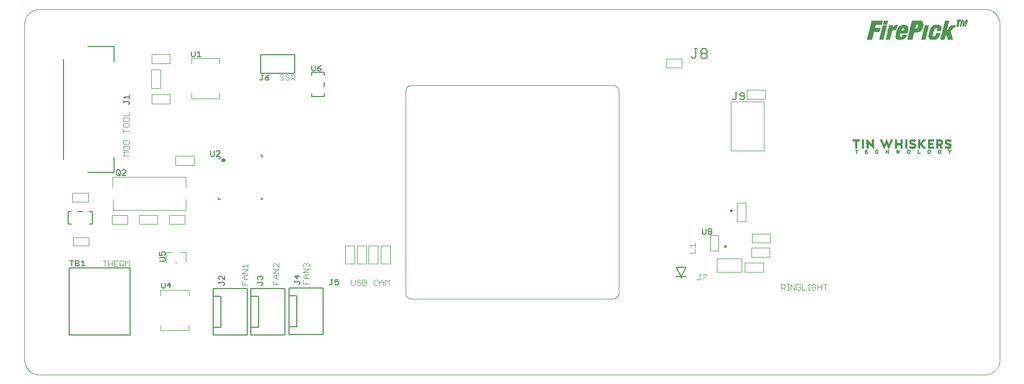
<source format=gto>
G75*
%MOIN*%
%OFA0B0*%
%FSLAX25Y25*%
%IPPOS*%
%LPD*%
%AMOC8*
5,1,8,0,0,1.08239X$1,22.5*
%
%ADD10C,0.00039*%
%ADD11C,0.00300*%
%ADD12C,0.00000*%
%ADD13C,0.00394*%
%ADD14C,0.00500*%
%ADD15R,0.00950X0.00050*%
%ADD16R,0.01050X0.00050*%
%ADD17R,0.02000X0.00050*%
%ADD18R,0.01900X0.00050*%
%ADD19R,0.02550X0.00050*%
%ADD20R,0.02500X0.00050*%
%ADD21R,0.02950X0.00050*%
%ADD22R,0.02900X0.00050*%
%ADD23R,0.03100X0.00050*%
%ADD24R,0.03300X0.00050*%
%ADD25R,0.03250X0.00050*%
%ADD26R,0.03200X0.00050*%
%ADD27R,0.03600X0.00050*%
%ADD28R,0.03500X0.00050*%
%ADD29R,0.03850X0.00050*%
%ADD30R,0.03750X0.00050*%
%ADD31R,0.04050X0.00050*%
%ADD32R,0.03950X0.00050*%
%ADD33R,0.04200X0.00050*%
%ADD34R,0.04400X0.00050*%
%ADD35R,0.04350X0.00050*%
%ADD36R,0.04550X0.00050*%
%ADD37R,0.04700X0.00050*%
%ADD38R,0.04850X0.00050*%
%ADD39R,0.05000X0.00050*%
%ADD40R,0.04950X0.00050*%
%ADD41R,0.03150X0.00050*%
%ADD42R,0.05100X0.00050*%
%ADD43R,0.05200X0.00050*%
%ADD44R,0.05300X0.00050*%
%ADD45R,0.05400X0.00050*%
%ADD46R,0.05450X0.00050*%
%ADD47R,0.05550X0.00050*%
%ADD48R,0.05600X0.00050*%
%ADD49R,0.05700X0.00050*%
%ADD50R,0.05750X0.00050*%
%ADD51R,0.05850X0.00050*%
%ADD52R,0.05900X0.00050*%
%ADD53R,0.03050X0.00050*%
%ADD54R,0.06000X0.00050*%
%ADD55R,0.06050X0.00050*%
%ADD56R,0.06100X0.00050*%
%ADD57R,0.06150X0.00050*%
%ADD58R,0.06200X0.00050*%
%ADD59R,0.06250X0.00050*%
%ADD60R,0.06300X0.00050*%
%ADD61R,0.06350X0.00050*%
%ADD62R,0.06400X0.00050*%
%ADD63R,0.06450X0.00050*%
%ADD64R,0.06500X0.00050*%
%ADD65R,0.06550X0.00050*%
%ADD66R,0.06650X0.00050*%
%ADD67R,0.06600X0.00050*%
%ADD68R,0.06700X0.00050*%
%ADD69R,0.02850X0.00050*%
%ADD70R,0.06750X0.00050*%
%ADD71R,0.02800X0.00050*%
%ADD72R,0.06800X0.00050*%
%ADD73R,0.02750X0.00050*%
%ADD74R,0.02700X0.00050*%
%ADD75R,0.03000X0.00050*%
%ADD76R,0.02650X0.00050*%
%ADD77R,0.03350X0.00050*%
%ADD78R,0.07350X0.00050*%
%ADD79R,0.05950X0.00050*%
%ADD80R,0.05800X0.00050*%
%ADD81R,0.05250X0.00050*%
%ADD82R,0.05500X0.00050*%
%ADD83R,0.07300X0.00050*%
%ADD84R,0.06900X0.00050*%
%ADD85R,0.05350X0.00050*%
%ADD86R,0.06950X0.00050*%
%ADD87R,0.07000X0.00050*%
%ADD88R,0.07050X0.00050*%
%ADD89R,0.07150X0.00050*%
%ADD90R,0.07250X0.00050*%
%ADD91R,0.07200X0.00050*%
%ADD92R,0.05650X0.00050*%
%ADD93R,0.07400X0.00050*%
%ADD94R,0.07450X0.00050*%
%ADD95R,0.07500X0.00050*%
%ADD96R,0.07550X0.00050*%
%ADD97R,0.03450X0.00050*%
%ADD98R,0.07600X0.00050*%
%ADD99R,0.07650X0.00050*%
%ADD100R,0.07700X0.00050*%
%ADD101R,0.04150X0.00050*%
%ADD102R,0.02600X0.00050*%
%ADD103R,0.07750X0.00050*%
%ADD104R,0.00200X0.00050*%
%ADD105R,0.07800X0.00050*%
%ADD106R,0.07850X0.00050*%
%ADD107R,0.07900X0.00050*%
%ADD108R,0.07950X0.00050*%
%ADD109R,0.03650X0.00050*%
%ADD110R,0.03400X0.00050*%
%ADD111R,0.02450X0.00050*%
%ADD112R,0.02400X0.00050*%
%ADD113R,0.02350X0.00050*%
%ADD114R,0.02300X0.00050*%
%ADD115R,0.02250X0.00050*%
%ADD116R,0.02200X0.00050*%
%ADD117R,0.02150X0.00050*%
%ADD118R,0.01100X0.00050*%
%ADD119R,0.00800X0.00050*%
%ADD120R,0.02100X0.00050*%
%ADD121R,0.00850X0.00050*%
%ADD122R,0.01000X0.00050*%
%ADD123R,0.05050X0.00050*%
%ADD124R,0.00900X0.00050*%
%ADD125R,0.01950X0.00050*%
%ADD126R,0.04900X0.00050*%
%ADD127R,0.04800X0.00050*%
%ADD128R,0.04650X0.00050*%
%ADD129R,0.01800X0.00050*%
%ADD130R,0.04450X0.00050*%
%ADD131R,0.01750X0.00050*%
%ADD132R,0.01700X0.00050*%
%ADD133R,0.01650X0.00050*%
%ADD134R,0.01550X0.00050*%
%ADD135R,0.04500X0.00050*%
%ADD136R,0.01500X0.00050*%
%ADD137R,0.01400X0.00050*%
%ADD138R,0.01300X0.00050*%
%ADD139R,0.01150X0.00050*%
%ADD140R,0.03700X0.00050*%
%ADD141R,0.00700X0.00050*%
%ADD142R,0.01200X0.00050*%
%ADD143R,0.01250X0.00050*%
%ADD144R,0.01350X0.00050*%
%ADD145R,0.01450X0.00050*%
%ADD146R,0.00750X0.00050*%
%ADD147R,0.07100X0.00050*%
%ADD148R,0.06850X0.00050*%
%ADD149R,0.01600X0.00050*%
%ADD150R,0.05150X0.00050*%
%ADD151C,0.01181*%
%ADD152C,0.00984*%
%ADD153C,0.00400*%
%ADD154C,0.00800*%
%ADD155C,0.00600*%
%ADD156R,0.00500X0.00100*%
%ADD157R,0.01700X0.00100*%
%ADD158R,0.01100X0.00100*%
%ADD159R,0.00700X0.00100*%
%ADD160R,0.00900X0.00100*%
%ADD161R,0.00400X0.00100*%
%ADD162R,0.01400X0.00100*%
%ADD163R,0.01200X0.00100*%
%ADD164R,0.01600X0.00100*%
%ADD165R,0.00800X0.00100*%
%ADD166R,0.01800X0.00100*%
%ADD167R,0.00600X0.00100*%
%ADD168R,0.01000X0.00100*%
%ADD169R,0.02000X0.00100*%
%ADD170R,0.01900X0.00100*%
%ADD171R,0.01500X0.00100*%
%ADD172R,0.00300X0.00100*%
%ADD173R,0.00200X0.00100*%
%ADD174R,0.01300X0.00100*%
%ADD175R,0.02100X0.00100*%
%ADD176R,0.04100X0.00100*%
%ADD177R,0.02600X0.00100*%
%ADD178R,0.02700X0.00100*%
%ADD179R,0.03100X0.00100*%
%ADD180R,0.03500X0.00100*%
%ADD181R,0.03800X0.00100*%
%ADD182R,0.04000X0.00100*%
%ADD183R,0.02200X0.00100*%
%ADD184R,0.02300X0.00100*%
%ADD185R,0.02400X0.00100*%
%ADD186R,0.03400X0.00100*%
%ADD187R,0.02500X0.00100*%
%ADD188R,0.03300X0.00100*%
%ADD189R,0.04800X0.00100*%
%ADD190R,0.02800X0.00100*%
%ADD191R,0.03000X0.00100*%
%ADD192R,0.03600X0.00100*%
%ADD193R,0.02900X0.00100*%
%ADD194R,0.03700X0.00100*%
%ADD195R,0.03900X0.00100*%
%ADD196R,0.04200X0.00100*%
%ADD197R,0.03200X0.00100*%
%ADD198R,0.04300X0.00100*%
%ADD199R,0.04400X0.00100*%
D10*
X0032245Y0014343D02*
X0032245Y0230878D01*
X0032244Y0230878D02*
X0032247Y0231116D01*
X0032255Y0231354D01*
X0032270Y0231591D01*
X0032290Y0231828D01*
X0032316Y0232064D01*
X0032347Y0232300D01*
X0032384Y0232535D01*
X0032427Y0232769D01*
X0032476Y0233002D01*
X0032530Y0233234D01*
X0032590Y0233464D01*
X0032655Y0233693D01*
X0032726Y0233920D01*
X0032802Y0234145D01*
X0032884Y0234368D01*
X0032971Y0234590D01*
X0033063Y0234809D01*
X0033161Y0235026D01*
X0033263Y0235240D01*
X0033371Y0235452D01*
X0033485Y0235662D01*
X0033603Y0235868D01*
X0033726Y0236072D01*
X0033854Y0236272D01*
X0033986Y0236469D01*
X0034124Y0236664D01*
X0034266Y0236854D01*
X0034413Y0237042D01*
X0034564Y0237225D01*
X0034719Y0237405D01*
X0034879Y0237581D01*
X0035043Y0237753D01*
X0035212Y0237922D01*
X0035384Y0238086D01*
X0035560Y0238246D01*
X0035740Y0238401D01*
X0035923Y0238552D01*
X0036111Y0238699D01*
X0036301Y0238841D01*
X0036496Y0238979D01*
X0036693Y0239111D01*
X0036893Y0239239D01*
X0037097Y0239362D01*
X0037303Y0239480D01*
X0037513Y0239594D01*
X0037725Y0239702D01*
X0037939Y0239804D01*
X0038156Y0239902D01*
X0038375Y0239994D01*
X0038597Y0240081D01*
X0038820Y0240163D01*
X0039045Y0240239D01*
X0039272Y0240310D01*
X0039501Y0240375D01*
X0039731Y0240435D01*
X0039963Y0240489D01*
X0040196Y0240538D01*
X0040430Y0240581D01*
X0040665Y0240618D01*
X0040901Y0240649D01*
X0041137Y0240675D01*
X0041374Y0240695D01*
X0041611Y0240710D01*
X0041849Y0240718D01*
X0042087Y0240721D01*
X0042087Y0240720D02*
X0652323Y0240720D01*
X0652323Y0240721D02*
X0652561Y0240718D01*
X0652799Y0240710D01*
X0653036Y0240695D01*
X0653273Y0240675D01*
X0653509Y0240649D01*
X0653745Y0240618D01*
X0653980Y0240581D01*
X0654214Y0240538D01*
X0654447Y0240489D01*
X0654679Y0240435D01*
X0654909Y0240375D01*
X0655138Y0240310D01*
X0655365Y0240239D01*
X0655590Y0240163D01*
X0655813Y0240081D01*
X0656035Y0239994D01*
X0656254Y0239902D01*
X0656471Y0239804D01*
X0656685Y0239702D01*
X0656897Y0239594D01*
X0657107Y0239480D01*
X0657313Y0239362D01*
X0657517Y0239239D01*
X0657717Y0239111D01*
X0657914Y0238979D01*
X0658109Y0238841D01*
X0658299Y0238699D01*
X0658487Y0238552D01*
X0658670Y0238401D01*
X0658850Y0238246D01*
X0659026Y0238086D01*
X0659198Y0237922D01*
X0659367Y0237753D01*
X0659531Y0237581D01*
X0659691Y0237405D01*
X0659846Y0237225D01*
X0659997Y0237042D01*
X0660144Y0236854D01*
X0660286Y0236664D01*
X0660424Y0236469D01*
X0660556Y0236272D01*
X0660684Y0236072D01*
X0660807Y0235868D01*
X0660925Y0235662D01*
X0661039Y0235452D01*
X0661147Y0235240D01*
X0661249Y0235026D01*
X0661347Y0234809D01*
X0661439Y0234590D01*
X0661526Y0234368D01*
X0661608Y0234145D01*
X0661684Y0233920D01*
X0661755Y0233693D01*
X0661820Y0233464D01*
X0661880Y0233234D01*
X0661934Y0233002D01*
X0661983Y0232769D01*
X0662026Y0232535D01*
X0662063Y0232300D01*
X0662094Y0232064D01*
X0662120Y0231828D01*
X0662140Y0231591D01*
X0662155Y0231354D01*
X0662163Y0231116D01*
X0662166Y0230878D01*
X0662166Y0014343D01*
X0662163Y0014105D01*
X0662155Y0013867D01*
X0662140Y0013630D01*
X0662120Y0013393D01*
X0662094Y0013157D01*
X0662063Y0012921D01*
X0662026Y0012686D01*
X0661983Y0012452D01*
X0661934Y0012219D01*
X0661880Y0011987D01*
X0661820Y0011757D01*
X0661755Y0011528D01*
X0661684Y0011301D01*
X0661608Y0011076D01*
X0661526Y0010853D01*
X0661439Y0010631D01*
X0661347Y0010412D01*
X0661249Y0010195D01*
X0661147Y0009981D01*
X0661039Y0009769D01*
X0660925Y0009559D01*
X0660807Y0009353D01*
X0660684Y0009149D01*
X0660556Y0008949D01*
X0660424Y0008752D01*
X0660286Y0008557D01*
X0660144Y0008367D01*
X0659997Y0008179D01*
X0659846Y0007996D01*
X0659691Y0007816D01*
X0659531Y0007640D01*
X0659367Y0007468D01*
X0659198Y0007299D01*
X0659026Y0007135D01*
X0658850Y0006975D01*
X0658670Y0006820D01*
X0658487Y0006669D01*
X0658299Y0006522D01*
X0658109Y0006380D01*
X0657914Y0006242D01*
X0657717Y0006110D01*
X0657517Y0005982D01*
X0657313Y0005859D01*
X0657107Y0005741D01*
X0656897Y0005627D01*
X0656685Y0005519D01*
X0656471Y0005417D01*
X0656254Y0005319D01*
X0656035Y0005227D01*
X0655813Y0005140D01*
X0655590Y0005058D01*
X0655365Y0004982D01*
X0655138Y0004911D01*
X0654909Y0004846D01*
X0654679Y0004786D01*
X0654447Y0004732D01*
X0654214Y0004683D01*
X0653980Y0004640D01*
X0653745Y0004603D01*
X0653509Y0004572D01*
X0653273Y0004546D01*
X0653036Y0004526D01*
X0652799Y0004511D01*
X0652561Y0004503D01*
X0652323Y0004500D01*
X0042087Y0004500D01*
X0041849Y0004503D01*
X0041611Y0004511D01*
X0041374Y0004526D01*
X0041137Y0004546D01*
X0040901Y0004572D01*
X0040665Y0004603D01*
X0040430Y0004640D01*
X0040196Y0004683D01*
X0039963Y0004732D01*
X0039731Y0004786D01*
X0039501Y0004846D01*
X0039272Y0004911D01*
X0039045Y0004982D01*
X0038820Y0005058D01*
X0038597Y0005140D01*
X0038375Y0005227D01*
X0038156Y0005319D01*
X0037939Y0005417D01*
X0037725Y0005519D01*
X0037513Y0005627D01*
X0037303Y0005741D01*
X0037097Y0005859D01*
X0036893Y0005982D01*
X0036693Y0006110D01*
X0036496Y0006242D01*
X0036301Y0006380D01*
X0036111Y0006522D01*
X0035923Y0006669D01*
X0035740Y0006820D01*
X0035560Y0006975D01*
X0035384Y0007135D01*
X0035212Y0007299D01*
X0035043Y0007468D01*
X0034879Y0007640D01*
X0034719Y0007816D01*
X0034564Y0007996D01*
X0034413Y0008179D01*
X0034266Y0008367D01*
X0034124Y0008557D01*
X0033986Y0008752D01*
X0033854Y0008949D01*
X0033726Y0009149D01*
X0033603Y0009353D01*
X0033485Y0009559D01*
X0033371Y0009769D01*
X0033263Y0009981D01*
X0033161Y0010195D01*
X0033063Y0010412D01*
X0032971Y0010631D01*
X0032884Y0010853D01*
X0032802Y0011076D01*
X0032726Y0011301D01*
X0032655Y0011528D01*
X0032590Y0011757D01*
X0032530Y0011987D01*
X0032476Y0012219D01*
X0032427Y0012452D01*
X0032384Y0012686D01*
X0032347Y0012921D01*
X0032316Y0013157D01*
X0032290Y0013393D01*
X0032270Y0013630D01*
X0032255Y0013867D01*
X0032247Y0014105D01*
X0032244Y0014343D01*
D11*
X0172741Y0062700D02*
X0172741Y0065169D01*
X0173976Y0066383D02*
X0172741Y0067618D01*
X0173976Y0068852D01*
X0176445Y0068852D01*
X0176445Y0070066D02*
X0172741Y0070066D01*
X0176445Y0072535D01*
X0172741Y0072535D01*
X0173976Y0073749D02*
X0172741Y0074984D01*
X0176445Y0074984D01*
X0176445Y0076218D02*
X0176445Y0073749D01*
X0174593Y0068852D02*
X0174593Y0066383D01*
X0173976Y0066383D02*
X0176445Y0066383D01*
X0174593Y0063934D02*
X0174593Y0062700D01*
X0176445Y0062700D02*
X0172741Y0062700D01*
X0192841Y0062900D02*
X0192841Y0065369D01*
X0194076Y0066583D02*
X0192841Y0067818D01*
X0194076Y0069052D01*
X0196545Y0069052D01*
X0196545Y0070266D02*
X0192841Y0070266D01*
X0196545Y0072735D01*
X0192841Y0072735D01*
X0193459Y0073949D02*
X0192841Y0074567D01*
X0192841Y0075801D01*
X0193459Y0076418D01*
X0194076Y0076418D01*
X0196545Y0073949D01*
X0196545Y0076418D01*
X0194693Y0069052D02*
X0194693Y0066583D01*
X0194076Y0066583D02*
X0196545Y0066583D01*
X0194693Y0064134D02*
X0194693Y0062900D01*
X0196545Y0062900D02*
X0192841Y0062900D01*
X0212291Y0063100D02*
X0212291Y0065569D01*
X0213526Y0066783D02*
X0212291Y0068018D01*
X0213526Y0069252D01*
X0215995Y0069252D01*
X0215995Y0070466D02*
X0212291Y0070466D01*
X0215995Y0072935D01*
X0212291Y0072935D01*
X0212909Y0074149D02*
X0212291Y0074767D01*
X0212291Y0076001D01*
X0212909Y0076618D01*
X0213526Y0076618D01*
X0214143Y0076001D01*
X0214760Y0076618D01*
X0215377Y0076618D01*
X0215995Y0076001D01*
X0215995Y0074767D01*
X0215377Y0074149D01*
X0214143Y0075384D02*
X0214143Y0076001D01*
X0214143Y0069252D02*
X0214143Y0066783D01*
X0213526Y0066783D02*
X0215995Y0066783D01*
X0214143Y0064334D02*
X0214143Y0063100D01*
X0215995Y0063100D02*
X0212291Y0063100D01*
X0243195Y0062867D02*
X0243812Y0062250D01*
X0245046Y0062250D01*
X0245663Y0062867D01*
X0245663Y0065953D01*
X0246878Y0065336D02*
X0246878Y0064719D01*
X0247495Y0064102D01*
X0248729Y0064102D01*
X0249347Y0063484D01*
X0249347Y0062867D01*
X0248729Y0062250D01*
X0247495Y0062250D01*
X0246878Y0062867D01*
X0246878Y0065336D02*
X0247495Y0065953D01*
X0248729Y0065953D01*
X0249347Y0065336D01*
X0250561Y0065953D02*
X0252412Y0065953D01*
X0253030Y0065336D01*
X0253030Y0064719D01*
X0252412Y0064102D01*
X0250561Y0064102D01*
X0250561Y0065953D02*
X0250561Y0062250D01*
X0252412Y0062250D01*
X0253030Y0062867D01*
X0253030Y0063484D01*
X0252412Y0064102D01*
X0257927Y0065336D02*
X0257927Y0062867D01*
X0258544Y0062250D01*
X0259779Y0062250D01*
X0260396Y0062867D01*
X0261610Y0062250D02*
X0261610Y0064719D01*
X0262845Y0065953D01*
X0264079Y0064719D01*
X0264079Y0062250D01*
X0265293Y0062250D02*
X0265293Y0065953D01*
X0266528Y0064719D01*
X0267762Y0065953D01*
X0267762Y0062250D01*
X0264079Y0064102D02*
X0261610Y0064102D01*
X0260396Y0065336D02*
X0259779Y0065953D01*
X0258544Y0065953D01*
X0257927Y0065336D01*
X0243195Y0065953D02*
X0243195Y0062867D01*
X0100046Y0074450D02*
X0100046Y0078153D01*
X0098812Y0076919D01*
X0097577Y0078153D01*
X0097577Y0074450D01*
X0096363Y0074450D02*
X0095128Y0075684D01*
X0095746Y0075684D02*
X0093894Y0075684D01*
X0093894Y0074450D02*
X0093894Y0078153D01*
X0095746Y0078153D01*
X0096363Y0077536D01*
X0096363Y0076302D01*
X0095746Y0075684D01*
X0092680Y0074450D02*
X0090211Y0074450D01*
X0090211Y0078153D01*
X0092680Y0078153D01*
X0091445Y0076302D02*
X0090211Y0076302D01*
X0088997Y0076302D02*
X0086528Y0076302D01*
X0086528Y0078153D02*
X0086528Y0074450D01*
X0084079Y0074450D02*
X0084079Y0078153D01*
X0082845Y0078153D02*
X0085313Y0078153D01*
X0088997Y0078153D02*
X0088997Y0074450D01*
X0095991Y0146050D02*
X0097226Y0147284D01*
X0095991Y0148519D01*
X0099695Y0148519D01*
X0099077Y0149733D02*
X0099695Y0150350D01*
X0099695Y0151585D01*
X0099077Y0152202D01*
X0096609Y0152202D01*
X0095991Y0151585D01*
X0095991Y0150350D01*
X0096609Y0149733D01*
X0099077Y0149733D01*
X0099695Y0146050D02*
X0095991Y0146050D01*
X0095991Y0153416D02*
X0095991Y0155268D01*
X0096609Y0155885D01*
X0099077Y0155885D01*
X0099695Y0155268D01*
X0099695Y0153416D01*
X0095991Y0153416D01*
X0095991Y0160783D02*
X0095991Y0163251D01*
X0095991Y0162017D02*
X0099695Y0162017D01*
X0099077Y0164466D02*
X0099695Y0165083D01*
X0099695Y0166317D01*
X0099077Y0166934D01*
X0096609Y0166934D01*
X0095991Y0166317D01*
X0095991Y0165083D01*
X0096609Y0164466D01*
X0099077Y0164466D01*
X0099077Y0168149D02*
X0099695Y0168766D01*
X0099695Y0170000D01*
X0099077Y0170618D01*
X0096609Y0170618D01*
X0095991Y0170000D01*
X0095991Y0168766D01*
X0096609Y0168149D01*
X0099077Y0168149D01*
X0099695Y0171832D02*
X0095991Y0171832D01*
X0099695Y0171832D02*
X0099695Y0174301D01*
X0197045Y0195567D02*
X0197662Y0194950D01*
X0198896Y0194950D01*
X0199513Y0195567D01*
X0199513Y0196184D01*
X0198896Y0196802D01*
X0197662Y0196802D01*
X0197045Y0197419D01*
X0197045Y0198036D01*
X0197662Y0198653D01*
X0198896Y0198653D01*
X0199513Y0198036D01*
X0200728Y0198036D02*
X0200728Y0197419D01*
X0201345Y0196802D01*
X0202579Y0196802D01*
X0203197Y0196184D01*
X0203197Y0195567D01*
X0202579Y0194950D01*
X0201345Y0194950D01*
X0200728Y0195567D01*
X0200728Y0198036D02*
X0201345Y0198653D01*
X0202579Y0198653D01*
X0203197Y0198036D01*
X0204411Y0198653D02*
X0206262Y0198653D01*
X0206880Y0198036D01*
X0206880Y0196802D01*
X0206262Y0196184D01*
X0204411Y0196184D01*
X0204411Y0194950D02*
X0204411Y0198653D01*
X0205645Y0196184D02*
X0206880Y0194950D01*
X0461843Y0088284D02*
X0465547Y0088284D01*
X0465547Y0087050D02*
X0465547Y0089518D01*
X0463078Y0087050D02*
X0461843Y0088284D01*
X0465547Y0085835D02*
X0465547Y0083367D01*
X0461843Y0083367D01*
X0521106Y0063063D02*
X0521106Y0059360D01*
X0521106Y0060595D02*
X0522958Y0060595D01*
X0523575Y0061212D01*
X0523575Y0062446D01*
X0522958Y0063063D01*
X0521106Y0063063D01*
X0522341Y0060595D02*
X0523575Y0059360D01*
X0524790Y0059360D02*
X0526024Y0059360D01*
X0525407Y0059360D02*
X0525407Y0063063D01*
X0524790Y0063063D02*
X0526024Y0063063D01*
X0527245Y0063063D02*
X0529714Y0059360D01*
X0529714Y0063063D01*
X0530928Y0062446D02*
X0530928Y0059977D01*
X0531545Y0059360D01*
X0532780Y0059360D01*
X0533397Y0059977D01*
X0533397Y0061212D01*
X0532163Y0061212D01*
X0533397Y0062446D02*
X0532780Y0063063D01*
X0531545Y0063063D01*
X0530928Y0062446D01*
X0527245Y0063063D02*
X0527245Y0059360D01*
X0534611Y0059360D02*
X0534611Y0063063D01*
X0538294Y0063063D02*
X0539529Y0063063D01*
X0538912Y0063063D02*
X0538912Y0059360D01*
X0539529Y0059360D02*
X0538294Y0059360D01*
X0537080Y0059360D02*
X0534611Y0059360D01*
X0540750Y0059977D02*
X0540750Y0062446D01*
X0541367Y0063063D01*
X0542601Y0063063D01*
X0543219Y0062446D01*
X0543219Y0061212D02*
X0541984Y0061212D01*
X0543219Y0061212D02*
X0543219Y0059977D01*
X0542601Y0059360D01*
X0541367Y0059360D01*
X0540750Y0059977D01*
X0544433Y0059360D02*
X0544433Y0063063D01*
X0544433Y0061212D02*
X0546902Y0061212D01*
X0546902Y0063063D02*
X0546902Y0059360D01*
X0549351Y0059360D02*
X0549351Y0063063D01*
X0550585Y0063063D02*
X0548116Y0063063D01*
D12*
X0416103Y0057650D02*
X0416103Y0187571D01*
X0416101Y0187695D01*
X0416095Y0187818D01*
X0416086Y0187942D01*
X0416072Y0188064D01*
X0416055Y0188187D01*
X0416033Y0188309D01*
X0416008Y0188430D01*
X0415979Y0188550D01*
X0415947Y0188669D01*
X0415910Y0188788D01*
X0415870Y0188905D01*
X0415827Y0189020D01*
X0415779Y0189135D01*
X0415728Y0189247D01*
X0415674Y0189358D01*
X0415616Y0189468D01*
X0415555Y0189575D01*
X0415490Y0189681D01*
X0415422Y0189784D01*
X0415351Y0189885D01*
X0415277Y0189984D01*
X0415200Y0190081D01*
X0415119Y0190175D01*
X0415036Y0190266D01*
X0414950Y0190355D01*
X0414861Y0190441D01*
X0414770Y0190524D01*
X0414676Y0190605D01*
X0414579Y0190682D01*
X0414480Y0190756D01*
X0414379Y0190827D01*
X0414276Y0190895D01*
X0414170Y0190960D01*
X0414063Y0191021D01*
X0413953Y0191079D01*
X0413842Y0191133D01*
X0413730Y0191184D01*
X0413615Y0191232D01*
X0413500Y0191275D01*
X0413383Y0191315D01*
X0413264Y0191352D01*
X0413145Y0191384D01*
X0413025Y0191413D01*
X0412904Y0191438D01*
X0412782Y0191460D01*
X0412659Y0191477D01*
X0412537Y0191491D01*
X0412413Y0191500D01*
X0412290Y0191506D01*
X0412166Y0191508D01*
X0282245Y0191508D01*
X0282121Y0191506D01*
X0281998Y0191500D01*
X0281874Y0191491D01*
X0281752Y0191477D01*
X0281629Y0191460D01*
X0281507Y0191438D01*
X0281386Y0191413D01*
X0281266Y0191384D01*
X0281147Y0191352D01*
X0281028Y0191315D01*
X0280911Y0191275D01*
X0280796Y0191232D01*
X0280681Y0191184D01*
X0280569Y0191133D01*
X0280458Y0191079D01*
X0280348Y0191021D01*
X0280241Y0190960D01*
X0280135Y0190895D01*
X0280032Y0190827D01*
X0279931Y0190756D01*
X0279832Y0190682D01*
X0279735Y0190605D01*
X0279641Y0190524D01*
X0279550Y0190441D01*
X0279461Y0190355D01*
X0279375Y0190266D01*
X0279292Y0190175D01*
X0279211Y0190081D01*
X0279134Y0189984D01*
X0279060Y0189885D01*
X0278989Y0189784D01*
X0278921Y0189681D01*
X0278856Y0189575D01*
X0278795Y0189468D01*
X0278737Y0189358D01*
X0278683Y0189247D01*
X0278632Y0189135D01*
X0278584Y0189020D01*
X0278541Y0188905D01*
X0278501Y0188788D01*
X0278464Y0188669D01*
X0278432Y0188550D01*
X0278403Y0188430D01*
X0278378Y0188309D01*
X0278356Y0188187D01*
X0278339Y0188064D01*
X0278325Y0187942D01*
X0278316Y0187818D01*
X0278310Y0187695D01*
X0278308Y0187571D01*
X0278308Y0057650D01*
X0278310Y0057526D01*
X0278316Y0057403D01*
X0278325Y0057279D01*
X0278339Y0057157D01*
X0278356Y0057034D01*
X0278378Y0056912D01*
X0278403Y0056791D01*
X0278432Y0056671D01*
X0278464Y0056552D01*
X0278501Y0056433D01*
X0278541Y0056316D01*
X0278584Y0056201D01*
X0278632Y0056086D01*
X0278683Y0055974D01*
X0278737Y0055863D01*
X0278795Y0055753D01*
X0278856Y0055646D01*
X0278921Y0055540D01*
X0278989Y0055437D01*
X0279060Y0055336D01*
X0279134Y0055237D01*
X0279211Y0055140D01*
X0279292Y0055046D01*
X0279375Y0054955D01*
X0279461Y0054866D01*
X0279550Y0054780D01*
X0279641Y0054697D01*
X0279735Y0054616D01*
X0279832Y0054539D01*
X0279931Y0054465D01*
X0280032Y0054394D01*
X0280135Y0054326D01*
X0280241Y0054261D01*
X0280348Y0054200D01*
X0280458Y0054142D01*
X0280569Y0054088D01*
X0280681Y0054037D01*
X0280796Y0053989D01*
X0280911Y0053946D01*
X0281028Y0053906D01*
X0281147Y0053869D01*
X0281266Y0053837D01*
X0281386Y0053808D01*
X0281507Y0053783D01*
X0281629Y0053761D01*
X0281752Y0053744D01*
X0281874Y0053730D01*
X0281998Y0053721D01*
X0282121Y0053715D01*
X0282245Y0053713D01*
X0412166Y0053713D01*
X0412290Y0053715D01*
X0412413Y0053721D01*
X0412537Y0053730D01*
X0412659Y0053744D01*
X0412782Y0053761D01*
X0412904Y0053783D01*
X0413025Y0053808D01*
X0413145Y0053837D01*
X0413264Y0053869D01*
X0413383Y0053906D01*
X0413500Y0053946D01*
X0413615Y0053989D01*
X0413730Y0054037D01*
X0413842Y0054088D01*
X0413953Y0054142D01*
X0414063Y0054200D01*
X0414170Y0054261D01*
X0414276Y0054326D01*
X0414379Y0054394D01*
X0414480Y0054465D01*
X0414579Y0054539D01*
X0414676Y0054616D01*
X0414770Y0054697D01*
X0414861Y0054780D01*
X0414950Y0054866D01*
X0415036Y0054955D01*
X0415119Y0055046D01*
X0415200Y0055140D01*
X0415277Y0055237D01*
X0415351Y0055336D01*
X0415422Y0055437D01*
X0415490Y0055540D01*
X0415555Y0055646D01*
X0415616Y0055753D01*
X0415674Y0055863D01*
X0415728Y0055974D01*
X0415779Y0056086D01*
X0415827Y0056201D01*
X0415870Y0056316D01*
X0415910Y0056433D01*
X0415947Y0056552D01*
X0415979Y0056671D01*
X0416008Y0056791D01*
X0416033Y0056912D01*
X0416055Y0057034D01*
X0416072Y0057157D01*
X0416086Y0057279D01*
X0416095Y0057403D01*
X0416101Y0057526D01*
X0416103Y0057650D01*
D13*
X0475008Y0084439D02*
X0480519Y0084439D01*
X0480519Y0094675D01*
X0475008Y0094675D01*
X0475008Y0084439D01*
X0479571Y0079636D02*
X0495319Y0079636D01*
X0495319Y0070975D01*
X0479571Y0070975D01*
X0479571Y0079636D01*
X0497497Y0076792D02*
X0509308Y0076792D01*
X0509308Y0070887D01*
X0497497Y0070887D01*
X0497497Y0076792D01*
X0501785Y0080703D02*
X0513596Y0080703D01*
X0513596Y0086609D01*
X0501785Y0086609D01*
X0501785Y0080703D01*
X0502058Y0089783D02*
X0502058Y0095688D01*
X0513869Y0095688D01*
X0513869Y0089783D01*
X0502058Y0089783D01*
X0498297Y0103694D02*
X0492392Y0103694D01*
X0492392Y0115506D01*
X0498297Y0115506D01*
X0498297Y0103694D01*
X0488615Y0149352D02*
X0488615Y0180848D01*
X0509875Y0180848D01*
X0509875Y0149352D01*
X0488615Y0149352D01*
X0498939Y0182547D02*
X0498939Y0188453D01*
X0510750Y0188453D01*
X0510750Y0182547D01*
X0498939Y0182547D01*
X0456963Y0202944D02*
X0446726Y0202944D01*
X0446726Y0208456D01*
X0456963Y0208456D01*
X0456963Y0202944D01*
X0268497Y0088006D02*
X0262592Y0088006D01*
X0262592Y0076194D01*
X0268497Y0076194D01*
X0268497Y0088006D01*
X0260497Y0088006D02*
X0260497Y0076194D01*
X0254592Y0076194D01*
X0254592Y0088006D01*
X0260497Y0088006D01*
X0252997Y0088006D02*
X0252997Y0076194D01*
X0247092Y0076194D01*
X0247092Y0088006D01*
X0252997Y0088006D01*
X0245497Y0088006D02*
X0245497Y0076194D01*
X0239592Y0076194D01*
X0239592Y0088006D01*
X0245497Y0088006D01*
X0136544Y0083650D02*
X0136544Y0077350D01*
X0136347Y0077350D01*
X0130875Y0076957D02*
X0129615Y0076957D01*
X0124142Y0077350D02*
X0123945Y0077350D01*
X0123945Y0083650D01*
X0127489Y0083650D01*
X0133001Y0083650D02*
X0136544Y0083650D01*
X0135963Y0101944D02*
X0125726Y0101944D01*
X0125726Y0107456D01*
X0135963Y0107456D01*
X0135963Y0101944D01*
X0136467Y0111070D02*
X0089616Y0111070D01*
X0089616Y0117763D01*
X0073463Y0116244D02*
X0073463Y0121756D01*
X0063226Y0121756D01*
X0063226Y0116244D01*
X0073463Y0116244D01*
X0088726Y0107456D02*
X0088726Y0101944D01*
X0098963Y0101944D01*
X0098963Y0107456D01*
X0088726Y0107456D01*
X0106439Y0107653D02*
X0106439Y0101747D01*
X0118250Y0101747D01*
X0118250Y0107653D01*
X0106439Y0107653D01*
X0136467Y0111070D02*
X0136467Y0117763D01*
X0136467Y0125637D02*
X0136467Y0132330D01*
X0089223Y0132330D01*
X0089223Y0125637D01*
X0129839Y0140047D02*
X0141650Y0140047D01*
X0141650Y0145953D01*
X0129839Y0145953D01*
X0129839Y0140047D01*
X0126150Y0179547D02*
X0114339Y0179547D01*
X0114339Y0185453D01*
X0126150Y0185453D01*
X0126150Y0179547D01*
X0140189Y0183008D02*
X0140189Y0186551D01*
X0140189Y0183008D02*
X0158300Y0183008D01*
X0158300Y0186551D01*
X0120197Y0189594D02*
X0120197Y0201406D01*
X0114292Y0201406D01*
X0114292Y0189594D01*
X0120197Y0189594D01*
X0114339Y0205547D02*
X0126150Y0205547D01*
X0126150Y0211453D01*
X0114339Y0211453D01*
X0114339Y0205547D01*
X0140189Y0205449D02*
X0140189Y0208992D01*
X0158300Y0208992D01*
X0158300Y0205449D01*
X0073963Y0093256D02*
X0063726Y0093256D01*
X0063726Y0087744D01*
X0073963Y0087744D01*
X0073963Y0093256D01*
X0120289Y0059092D02*
X0138400Y0059092D01*
X0138400Y0055549D01*
X0120289Y0055549D02*
X0120289Y0059092D01*
X0120289Y0036651D02*
X0120289Y0033108D01*
X0138400Y0033108D01*
X0138400Y0036651D01*
D14*
X0154145Y0035300D02*
X0154145Y0030300D01*
X0176145Y0030300D01*
X0176145Y0060300D01*
X0154145Y0060300D01*
X0154145Y0055300D01*
X0159145Y0055300D01*
X0159145Y0035300D01*
X0154145Y0035300D01*
X0154145Y0055300D01*
X0157895Y0063494D02*
X0157895Y0064661D01*
X0157895Y0064077D02*
X0160814Y0064077D01*
X0161398Y0063494D01*
X0161398Y0062910D01*
X0160814Y0062326D01*
X0161398Y0066009D02*
X0159062Y0068344D01*
X0158479Y0068344D01*
X0157895Y0067761D01*
X0157895Y0066593D01*
X0158479Y0066009D01*
X0161398Y0066009D02*
X0161398Y0068344D01*
X0178545Y0060300D02*
X0178545Y0055300D01*
X0183545Y0055300D01*
X0183545Y0035300D01*
X0178545Y0035300D01*
X0178545Y0055300D01*
X0178545Y0060300D02*
X0200545Y0060300D01*
X0200545Y0030300D01*
X0178545Y0030300D01*
X0178545Y0035300D01*
X0203045Y0035700D02*
X0203045Y0030700D01*
X0225045Y0030700D01*
X0225045Y0060700D01*
X0203045Y0060700D01*
X0203045Y0055700D01*
X0208045Y0055700D01*
X0208045Y0035700D01*
X0203045Y0035700D01*
X0203045Y0055700D01*
X0209564Y0062926D02*
X0210148Y0063510D01*
X0210148Y0064094D01*
X0209564Y0064677D01*
X0206645Y0064677D01*
X0206645Y0064094D02*
X0206645Y0065261D01*
X0208396Y0066609D02*
X0208396Y0068944D01*
X0206645Y0068361D02*
X0208396Y0066609D01*
X0206645Y0068361D02*
X0210148Y0068361D01*
X0229046Y0063121D02*
X0229630Y0062537D01*
X0230214Y0062537D01*
X0230798Y0063121D01*
X0230798Y0066040D01*
X0231381Y0066040D02*
X0230214Y0066040D01*
X0232729Y0066040D02*
X0232729Y0064288D01*
X0233897Y0064872D01*
X0234481Y0064872D01*
X0235065Y0064288D01*
X0235065Y0063121D01*
X0234481Y0062537D01*
X0233313Y0062537D01*
X0232729Y0063121D01*
X0232729Y0066040D02*
X0235065Y0066040D01*
X0186198Y0066593D02*
X0185614Y0066009D01*
X0186198Y0066593D02*
X0186198Y0067761D01*
X0185614Y0068344D01*
X0185030Y0068344D01*
X0184446Y0067761D01*
X0184446Y0067177D01*
X0184446Y0067761D02*
X0183862Y0068344D01*
X0183279Y0068344D01*
X0182695Y0067761D01*
X0182695Y0066593D01*
X0183279Y0066009D01*
X0182695Y0064661D02*
X0182695Y0063494D01*
X0182695Y0064077D02*
X0185614Y0064077D01*
X0186198Y0063494D01*
X0186198Y0062910D01*
X0185614Y0062326D01*
X0126798Y0062188D02*
X0124463Y0062188D01*
X0126214Y0063940D01*
X0126214Y0060437D01*
X0123115Y0061020D02*
X0123115Y0063940D01*
X0120780Y0063940D02*
X0120780Y0061020D01*
X0121363Y0060437D01*
X0122531Y0060437D01*
X0123115Y0061020D01*
X0100580Y0073459D02*
X0100580Y0030152D01*
X0061210Y0030152D01*
X0061210Y0073459D01*
X0100580Y0073459D01*
X0119542Y0077799D02*
X0122461Y0077799D01*
X0123045Y0078383D01*
X0123045Y0079550D01*
X0122461Y0080134D01*
X0119542Y0080134D01*
X0119542Y0081482D02*
X0121293Y0081482D01*
X0120709Y0082650D01*
X0120709Y0083233D01*
X0121293Y0083817D01*
X0122461Y0083817D01*
X0123045Y0083233D01*
X0123045Y0082066D01*
X0122461Y0081482D01*
X0119542Y0081482D02*
X0119542Y0083817D01*
X0076219Y0102063D02*
X0076219Y0109937D01*
X0074250Y0109937D01*
X0069919Y0109937D02*
X0066770Y0109937D01*
X0062439Y0109937D02*
X0060471Y0109937D01*
X0060471Y0102063D01*
X0062439Y0102063D01*
X0074250Y0102063D02*
X0076219Y0102063D01*
X0070144Y0078288D02*
X0070144Y0074785D01*
X0071311Y0074785D02*
X0068976Y0074785D01*
X0067628Y0075369D02*
X0067044Y0074785D01*
X0065293Y0074785D01*
X0065293Y0078288D01*
X0067044Y0078288D01*
X0067628Y0077705D01*
X0067628Y0077121D01*
X0067044Y0076537D01*
X0065293Y0076537D01*
X0067044Y0076537D02*
X0067628Y0075953D01*
X0067628Y0075369D01*
X0068976Y0077121D02*
X0070144Y0078288D01*
X0063945Y0078288D02*
X0061610Y0078288D01*
X0062777Y0078288D02*
X0062777Y0074785D01*
X0157621Y0117827D02*
X0157621Y0119008D01*
X0157621Y0117827D02*
X0158802Y0117827D01*
X0184787Y0117827D02*
X0185968Y0117827D01*
X0185968Y0119008D01*
X0185968Y0144992D02*
X0185968Y0146173D01*
X0184787Y0146173D01*
X0159590Y0145386D02*
X0158015Y0143811D01*
X0158366Y0145636D02*
X0156031Y0145636D01*
X0158366Y0147971D01*
X0158366Y0148555D01*
X0157782Y0149139D01*
X0156615Y0149139D01*
X0156031Y0148555D01*
X0154683Y0149139D02*
X0154683Y0146220D01*
X0154099Y0145636D01*
X0152932Y0145636D01*
X0152348Y0146220D01*
X0152348Y0149139D01*
X0097709Y0136200D02*
X0097125Y0136784D01*
X0095958Y0136784D01*
X0095374Y0136200D01*
X0094026Y0136200D02*
X0094026Y0133865D01*
X0093442Y0133281D01*
X0092274Y0133281D01*
X0091691Y0133865D01*
X0091691Y0136200D01*
X0092274Y0136784D01*
X0093442Y0136784D01*
X0094026Y0136200D01*
X0092858Y0134448D02*
X0094026Y0133281D01*
X0095374Y0133281D02*
X0097709Y0135616D01*
X0097709Y0136200D01*
X0097709Y0133281D02*
X0095374Y0133281D01*
X0090301Y0135349D02*
X0072978Y0135349D01*
X0090301Y0135349D02*
X0090301Y0144798D01*
X0057623Y0143617D02*
X0057623Y0208183D01*
X0072978Y0216451D02*
X0090301Y0216451D01*
X0090301Y0207002D01*
X0140180Y0210420D02*
X0140763Y0209837D01*
X0141931Y0209837D01*
X0142515Y0210420D01*
X0142515Y0213340D01*
X0143863Y0212172D02*
X0145030Y0213340D01*
X0145030Y0209837D01*
X0143863Y0209837D02*
X0146198Y0209837D01*
X0140180Y0210420D02*
X0140180Y0213340D01*
X0184795Y0211400D02*
X0184795Y0199400D01*
X0206795Y0199400D01*
X0206795Y0211400D01*
X0184795Y0211400D01*
X0185388Y0198300D02*
X0186556Y0198300D01*
X0185972Y0198300D02*
X0185972Y0195381D01*
X0185388Y0194797D01*
X0184804Y0194797D01*
X0184221Y0195381D01*
X0187904Y0195381D02*
X0187904Y0196548D01*
X0189655Y0196548D01*
X0190239Y0195965D01*
X0190239Y0195381D01*
X0189655Y0194797D01*
X0188488Y0194797D01*
X0187904Y0195381D01*
X0187904Y0196548D02*
X0189071Y0197716D01*
X0190239Y0198300D01*
X0217808Y0197906D02*
X0217808Y0199874D01*
X0225682Y0199874D01*
X0225682Y0197906D01*
X0223272Y0200900D02*
X0223856Y0201483D01*
X0223856Y0202067D01*
X0223272Y0202651D01*
X0221520Y0202651D01*
X0221520Y0201483D01*
X0222104Y0200900D01*
X0223272Y0200900D01*
X0221520Y0202651D02*
X0222688Y0203819D01*
X0223856Y0204403D01*
X0220172Y0204403D02*
X0220172Y0201483D01*
X0219589Y0200900D01*
X0218421Y0200900D01*
X0217837Y0201483D01*
X0217837Y0204403D01*
X0225682Y0193575D02*
X0225682Y0190425D01*
X0225682Y0186094D02*
X0225682Y0184126D01*
X0217808Y0184126D01*
X0217808Y0186094D01*
X0100073Y0185176D02*
X0100073Y0182840D01*
X0100073Y0184008D02*
X0096570Y0184008D01*
X0097738Y0182840D01*
X0096570Y0181492D02*
X0096570Y0180325D01*
X0096570Y0180909D02*
X0099489Y0180909D01*
X0100073Y0180325D01*
X0100073Y0179741D01*
X0099489Y0179157D01*
X0453195Y0073950D02*
X0456345Y0068044D01*
X0459494Y0068044D01*
X0456345Y0068044D02*
X0453195Y0068044D01*
X0456345Y0068044D02*
X0456345Y0066863D01*
X0456345Y0068044D02*
X0459494Y0073950D01*
X0456345Y0073950D01*
X0456345Y0074737D01*
X0456345Y0073950D02*
X0453195Y0073950D01*
X0470804Y0095240D02*
X0471972Y0095240D01*
X0472556Y0095824D01*
X0472556Y0098743D01*
X0473904Y0098159D02*
X0473904Y0097575D01*
X0474488Y0096991D01*
X0475655Y0096991D01*
X0476239Y0096407D01*
X0476239Y0095824D01*
X0475655Y0095240D01*
X0474488Y0095240D01*
X0473904Y0095824D01*
X0473904Y0096407D01*
X0474488Y0096991D01*
X0475655Y0096991D02*
X0476239Y0097575D01*
X0476239Y0098159D01*
X0475655Y0098743D01*
X0474488Y0098743D01*
X0473904Y0098159D01*
X0470221Y0098743D02*
X0470221Y0095824D01*
X0470804Y0095240D01*
D15*
X0597645Y0220750D03*
X0636945Y0229300D03*
X0636945Y0229350D03*
X0636995Y0229450D03*
X0636995Y0229500D03*
X0636995Y0229550D03*
X0637045Y0229650D03*
X0637045Y0229700D03*
X0637045Y0229750D03*
X0637095Y0229850D03*
X0637095Y0229900D03*
X0637095Y0229950D03*
X0637145Y0230050D03*
X0637145Y0230100D03*
X0637145Y0230150D03*
X0637195Y0230250D03*
X0637195Y0230300D03*
X0637195Y0230350D03*
X0637245Y0230450D03*
X0637245Y0230500D03*
X0637245Y0230550D03*
X0637295Y0230650D03*
X0637295Y0230700D03*
X0637295Y0230750D03*
X0637345Y0230850D03*
X0637345Y0230900D03*
X0637345Y0230950D03*
X0637395Y0231050D03*
X0637395Y0231100D03*
X0637395Y0231150D03*
X0637445Y0231300D03*
X0637445Y0231350D03*
X0637495Y0231500D03*
X0637495Y0231550D03*
X0637545Y0231700D03*
X0637545Y0231750D03*
X0637595Y0231900D03*
X0637595Y0231950D03*
X0637645Y0232100D03*
X0637645Y0232150D03*
X0637695Y0232300D03*
X0638595Y0229750D03*
X0638595Y0229700D03*
X0640045Y0229400D03*
X0640045Y0229350D03*
X0640045Y0229300D03*
X0640095Y0229500D03*
X0640095Y0229550D03*
X0640095Y0229600D03*
X0640145Y0229700D03*
X0640145Y0229750D03*
X0640145Y0229800D03*
X0640195Y0229900D03*
X0640195Y0229950D03*
X0640195Y0230000D03*
X0640195Y0230050D03*
X0640245Y0230100D03*
X0640245Y0230150D03*
X0640245Y0230200D03*
X0640245Y0230250D03*
X0640295Y0230300D03*
X0640295Y0230350D03*
X0640295Y0230400D03*
X0640295Y0230450D03*
X0640345Y0230500D03*
X0640345Y0230550D03*
X0640345Y0230600D03*
X0640345Y0230650D03*
X0640395Y0230700D03*
X0640395Y0230750D03*
X0640395Y0230800D03*
X0640395Y0230850D03*
X0640445Y0230900D03*
X0640445Y0230950D03*
X0640445Y0231000D03*
X0640445Y0231050D03*
X0640495Y0231100D03*
X0640495Y0231150D03*
X0640495Y0231200D03*
X0640495Y0231250D03*
X0640545Y0231350D03*
X0640545Y0231400D03*
X0640545Y0231450D03*
X0640595Y0231550D03*
X0640595Y0231600D03*
X0640595Y0231650D03*
X0640645Y0231750D03*
X0640645Y0231800D03*
X0640645Y0231850D03*
X0640695Y0231950D03*
X0640695Y0232000D03*
X0640695Y0232050D03*
X0640745Y0232150D03*
X0640745Y0232200D03*
X0640745Y0232250D03*
D16*
X0638645Y0230000D03*
X0638645Y0229950D03*
X0638645Y0229900D03*
X0635145Y0230550D03*
X0635145Y0230600D03*
X0635145Y0230650D03*
X0635195Y0230800D03*
X0635195Y0230850D03*
X0635245Y0231000D03*
X0635245Y0231050D03*
X0635295Y0231200D03*
X0635295Y0231250D03*
X0635345Y0231400D03*
X0635345Y0231450D03*
X0635395Y0231600D03*
X0635395Y0231650D03*
X0635445Y0231800D03*
X0635445Y0231850D03*
X0635495Y0232000D03*
X0635495Y0232050D03*
X0635545Y0232200D03*
X0635545Y0232250D03*
X0635595Y0232400D03*
X0635595Y0232450D03*
X0635645Y0232600D03*
X0635645Y0232650D03*
X0635095Y0230450D03*
X0635095Y0230400D03*
X0635095Y0230350D03*
X0635045Y0230250D03*
X0635045Y0230200D03*
X0635045Y0230150D03*
X0634995Y0230050D03*
X0634995Y0230000D03*
X0634995Y0229950D03*
X0634945Y0229850D03*
X0634945Y0229800D03*
X0634945Y0229750D03*
X0634895Y0229650D03*
X0634895Y0229600D03*
X0634895Y0229550D03*
X0634845Y0229450D03*
X0634845Y0229400D03*
X0634845Y0229350D03*
X0618895Y0220750D03*
X0600345Y0230150D03*
D17*
X0600270Y0230100D03*
X0594970Y0229450D03*
X0597770Y0220800D03*
X0621720Y0230250D03*
D18*
X0618970Y0220800D03*
X0595070Y0229600D03*
X0595020Y0229550D03*
D19*
X0594495Y0228700D03*
X0597845Y0220850D03*
D20*
X0594520Y0228750D03*
X0594570Y0228800D03*
X0600220Y0230050D03*
X0619020Y0220850D03*
D21*
X0617595Y0222950D03*
X0617595Y0223000D03*
X0617595Y0223050D03*
X0617645Y0224250D03*
X0617645Y0224300D03*
X0617695Y0224500D03*
X0617695Y0224550D03*
X0617695Y0224600D03*
X0617745Y0224700D03*
X0617745Y0224750D03*
X0617745Y0224800D03*
X0617745Y0224850D03*
X0617795Y0224950D03*
X0617795Y0225000D03*
X0617795Y0225050D03*
X0617845Y0225150D03*
X0617845Y0225200D03*
X0617845Y0225250D03*
X0617845Y0225300D03*
X0617895Y0225350D03*
X0617895Y0225400D03*
X0617895Y0225450D03*
X0617895Y0225500D03*
X0617945Y0225550D03*
X0617945Y0225600D03*
X0617945Y0225650D03*
X0617995Y0225750D03*
X0617995Y0225800D03*
X0617995Y0225850D03*
X0618045Y0225900D03*
X0618045Y0225950D03*
X0618045Y0226000D03*
X0618095Y0226100D03*
X0618095Y0226150D03*
X0618145Y0226300D03*
X0618195Y0226450D03*
X0618845Y0228000D03*
X0618895Y0228050D03*
X0618945Y0228100D03*
X0614895Y0229200D03*
X0614895Y0229250D03*
X0614945Y0229400D03*
X0614945Y0229450D03*
X0614995Y0229600D03*
X0614995Y0229650D03*
X0615045Y0229800D03*
X0615045Y0229850D03*
X0614845Y0229050D03*
X0614845Y0229000D03*
X0614795Y0228850D03*
X0614795Y0228800D03*
X0614745Y0228650D03*
X0614745Y0228600D03*
X0614695Y0228450D03*
X0614695Y0228400D03*
X0614645Y0228250D03*
X0614645Y0228200D03*
X0614595Y0228050D03*
X0614595Y0228000D03*
X0614545Y0227850D03*
X0614545Y0227800D03*
X0614495Y0227650D03*
X0614495Y0227600D03*
X0614445Y0227450D03*
X0614445Y0227400D03*
X0614395Y0227250D03*
X0614395Y0227200D03*
X0614345Y0227050D03*
X0614345Y0227000D03*
X0614295Y0226850D03*
X0614295Y0226800D03*
X0614245Y0226650D03*
X0614245Y0226600D03*
X0614195Y0226450D03*
X0614195Y0226400D03*
X0614145Y0226250D03*
X0614145Y0226200D03*
X0614095Y0226050D03*
X0614095Y0226000D03*
X0614045Y0225850D03*
X0614045Y0225800D03*
X0613995Y0225650D03*
X0613995Y0225600D03*
X0613945Y0225450D03*
X0613945Y0225400D03*
X0613895Y0225250D03*
X0613895Y0225200D03*
X0613845Y0225050D03*
X0613845Y0225000D03*
X0613795Y0224850D03*
X0613795Y0224800D03*
X0613745Y0224650D03*
X0613745Y0224600D03*
X0613695Y0224450D03*
X0613695Y0224400D03*
X0613645Y0224250D03*
X0613645Y0224200D03*
X0613595Y0224050D03*
X0613595Y0224000D03*
X0613545Y0223850D03*
X0613545Y0223800D03*
X0613495Y0223650D03*
X0613495Y0223600D03*
X0613445Y0223450D03*
X0613445Y0223400D03*
X0613395Y0223250D03*
X0613395Y0223200D03*
X0613345Y0223050D03*
X0613345Y0223000D03*
X0613295Y0222850D03*
X0613295Y0222800D03*
X0613245Y0222650D03*
X0613245Y0222600D03*
X0613195Y0222450D03*
X0613195Y0222400D03*
X0613145Y0222250D03*
X0613145Y0222200D03*
X0613095Y0222050D03*
X0613095Y0222000D03*
X0613045Y0221850D03*
X0613045Y0221800D03*
X0612995Y0221650D03*
X0612995Y0221600D03*
X0612945Y0221450D03*
X0612945Y0221400D03*
X0612895Y0221250D03*
X0612895Y0221200D03*
X0612845Y0221050D03*
X0612845Y0221000D03*
X0625195Y0221000D03*
X0625195Y0221050D03*
X0625245Y0221200D03*
X0625245Y0221250D03*
X0625295Y0221400D03*
X0625295Y0221450D03*
X0625345Y0221600D03*
X0625345Y0221650D03*
X0625395Y0221800D03*
X0625395Y0221850D03*
X0625445Y0222000D03*
X0625445Y0222050D03*
X0625495Y0222200D03*
X0625495Y0222250D03*
X0625545Y0222400D03*
X0625545Y0222450D03*
X0625595Y0222600D03*
X0625595Y0222650D03*
X0625645Y0222800D03*
X0625645Y0222850D03*
X0625695Y0223000D03*
X0625695Y0223050D03*
X0625745Y0223200D03*
X0625745Y0223250D03*
X0625795Y0223350D03*
X0626695Y0227050D03*
X0626695Y0227100D03*
X0626745Y0227250D03*
X0626745Y0227300D03*
X0626795Y0227450D03*
X0626795Y0227500D03*
X0626845Y0227650D03*
X0626845Y0227700D03*
X0626895Y0227850D03*
X0626895Y0227900D03*
X0626945Y0228050D03*
X0626945Y0228100D03*
X0626995Y0228250D03*
X0626995Y0228300D03*
X0627045Y0228450D03*
X0627045Y0228500D03*
X0627095Y0228650D03*
X0627095Y0228700D03*
X0627145Y0228850D03*
X0627145Y0228900D03*
X0627195Y0229050D03*
X0627195Y0229100D03*
X0627245Y0229250D03*
X0627245Y0229300D03*
X0627295Y0229450D03*
X0627295Y0229500D03*
X0627345Y0229650D03*
X0627345Y0229700D03*
X0627395Y0229850D03*
X0627395Y0229900D03*
X0627445Y0230050D03*
X0627445Y0230100D03*
X0627495Y0230250D03*
X0627495Y0230300D03*
X0627545Y0230450D03*
X0627545Y0230500D03*
X0627595Y0230650D03*
X0627595Y0230700D03*
X0627645Y0230850D03*
X0627645Y0230900D03*
X0627695Y0231050D03*
X0627695Y0231100D03*
X0627745Y0231300D03*
X0627795Y0231500D03*
X0627845Y0231700D03*
X0627895Y0231900D03*
X0627945Y0232100D03*
X0627995Y0232300D03*
X0628045Y0232500D03*
X0628095Y0232700D03*
X0628145Y0232900D03*
X0630845Y0228350D03*
X0630795Y0228300D03*
X0630745Y0228250D03*
X0630645Y0228100D03*
X0630595Y0228050D03*
X0630545Y0228000D03*
X0630495Y0227950D03*
X0630445Y0227900D03*
X0630395Y0227850D03*
X0630145Y0227550D03*
X0600195Y0230000D03*
X0591245Y0226350D03*
X0591245Y0226300D03*
X0591195Y0226250D03*
X0591195Y0226200D03*
X0591195Y0226150D03*
X0591145Y0226050D03*
X0591145Y0226000D03*
X0591095Y0225850D03*
X0591095Y0225800D03*
X0591045Y0225650D03*
X0591045Y0225600D03*
X0590995Y0225450D03*
X0590995Y0225400D03*
X0590945Y0225250D03*
X0590945Y0225200D03*
X0590895Y0225050D03*
X0590895Y0225000D03*
X0590845Y0224850D03*
X0590845Y0224800D03*
X0590795Y0224650D03*
X0590795Y0224600D03*
X0590745Y0224450D03*
X0590745Y0224400D03*
X0590695Y0224250D03*
X0590695Y0224200D03*
X0590645Y0224050D03*
X0590645Y0224000D03*
X0590595Y0223850D03*
X0590595Y0223800D03*
X0590545Y0223650D03*
X0590545Y0223600D03*
X0590495Y0223450D03*
X0590495Y0223400D03*
X0590445Y0223250D03*
X0590445Y0223200D03*
X0590395Y0223050D03*
X0590395Y0223000D03*
X0590345Y0222850D03*
X0590345Y0222800D03*
X0590295Y0222650D03*
X0590295Y0222600D03*
X0590245Y0222450D03*
X0590245Y0222400D03*
X0590195Y0222250D03*
X0590195Y0222200D03*
X0590145Y0222050D03*
X0590145Y0222000D03*
X0590095Y0221850D03*
X0590095Y0221800D03*
X0590045Y0221650D03*
X0590045Y0221600D03*
X0589995Y0221450D03*
X0589995Y0221400D03*
X0589945Y0221250D03*
X0589945Y0221200D03*
X0589895Y0221050D03*
X0589895Y0221000D03*
X0585945Y0222000D03*
X0585945Y0222050D03*
X0585995Y0222200D03*
X0585995Y0222250D03*
X0586045Y0222400D03*
X0586045Y0222450D03*
X0586095Y0222600D03*
X0586095Y0222650D03*
X0586145Y0222800D03*
X0586145Y0222850D03*
X0586195Y0223000D03*
X0586195Y0223050D03*
X0586245Y0223200D03*
X0586245Y0223250D03*
X0586295Y0223400D03*
X0586295Y0223450D03*
X0586345Y0223600D03*
X0586345Y0223650D03*
X0586395Y0223800D03*
X0586395Y0223850D03*
X0586445Y0224000D03*
X0586445Y0224050D03*
X0586495Y0224200D03*
X0586495Y0224250D03*
X0586545Y0224400D03*
X0586545Y0224450D03*
X0586595Y0224600D03*
X0586595Y0224650D03*
X0586645Y0224800D03*
X0586645Y0224850D03*
X0586695Y0225000D03*
X0586695Y0225050D03*
X0586745Y0225200D03*
X0586745Y0225250D03*
X0586795Y0225400D03*
X0586795Y0225450D03*
X0586845Y0225600D03*
X0586845Y0225650D03*
X0586895Y0225800D03*
X0586895Y0225850D03*
X0586945Y0226000D03*
X0586945Y0226050D03*
X0586995Y0226200D03*
X0586995Y0226250D03*
X0587045Y0226400D03*
X0587045Y0226450D03*
X0587095Y0226600D03*
X0587095Y0226650D03*
X0587145Y0226800D03*
X0587145Y0226850D03*
X0587195Y0227000D03*
X0587195Y0227050D03*
X0587245Y0227200D03*
X0587245Y0227250D03*
X0587295Y0227400D03*
X0587295Y0227450D03*
X0587345Y0227600D03*
X0587345Y0227650D03*
X0587395Y0227800D03*
X0587395Y0227850D03*
X0587445Y0228000D03*
X0587445Y0228050D03*
X0587495Y0228200D03*
X0587495Y0228250D03*
X0587545Y0228400D03*
X0587545Y0228450D03*
X0587595Y0228600D03*
X0587595Y0228650D03*
X0587645Y0228800D03*
X0587645Y0228850D03*
X0587695Y0229000D03*
X0587695Y0229050D03*
X0587745Y0229200D03*
X0587745Y0229250D03*
X0587795Y0229400D03*
X0587795Y0229450D03*
X0587845Y0229600D03*
X0587845Y0229650D03*
X0587895Y0229800D03*
X0587895Y0229850D03*
X0588095Y0230650D03*
X0588095Y0230700D03*
X0588145Y0230850D03*
X0588145Y0230900D03*
X0588195Y0231050D03*
X0588195Y0231100D03*
X0588245Y0231250D03*
X0588245Y0231300D03*
X0588295Y0231450D03*
X0588295Y0231500D03*
X0588345Y0231650D03*
X0588345Y0231700D03*
X0588395Y0231850D03*
X0588395Y0231900D03*
X0588445Y0232050D03*
X0588445Y0232100D03*
X0588495Y0232300D03*
X0588545Y0232500D03*
X0588595Y0232700D03*
X0588645Y0232900D03*
X0596595Y0224950D03*
X0596595Y0224900D03*
X0596545Y0224750D03*
X0596545Y0224700D03*
X0596495Y0224500D03*
X0596395Y0222650D03*
X0596445Y0222600D03*
X0597845Y0220900D03*
X0600145Y0222600D03*
X0585895Y0221850D03*
X0585895Y0221800D03*
X0585845Y0221650D03*
X0585845Y0221600D03*
X0585795Y0221450D03*
X0585795Y0221400D03*
X0585745Y0221250D03*
X0585745Y0221200D03*
X0585695Y0221050D03*
X0585695Y0221000D03*
D22*
X0585670Y0220950D03*
X0585720Y0221100D03*
X0585720Y0221150D03*
X0585770Y0221300D03*
X0585770Y0221350D03*
X0585820Y0221500D03*
X0585820Y0221550D03*
X0585870Y0221700D03*
X0585870Y0221750D03*
X0585920Y0221900D03*
X0585920Y0221950D03*
X0585970Y0222100D03*
X0585970Y0222150D03*
X0586020Y0222300D03*
X0586020Y0222350D03*
X0586070Y0222500D03*
X0586070Y0222550D03*
X0586120Y0222700D03*
X0586120Y0222750D03*
X0586170Y0222900D03*
X0586170Y0222950D03*
X0586220Y0223100D03*
X0586220Y0223150D03*
X0586270Y0223300D03*
X0586270Y0223350D03*
X0586320Y0223500D03*
X0586320Y0223550D03*
X0586370Y0223700D03*
X0586370Y0223750D03*
X0586420Y0223900D03*
X0586420Y0223950D03*
X0586470Y0224100D03*
X0586470Y0224150D03*
X0586520Y0224300D03*
X0586520Y0224350D03*
X0586570Y0224500D03*
X0586570Y0224550D03*
X0586620Y0224700D03*
X0586620Y0224750D03*
X0586670Y0224900D03*
X0586670Y0224950D03*
X0586720Y0225100D03*
X0586720Y0225150D03*
X0586770Y0225300D03*
X0586770Y0225350D03*
X0586820Y0225500D03*
X0586820Y0225550D03*
X0586870Y0225700D03*
X0586870Y0225750D03*
X0586920Y0225900D03*
X0586920Y0225950D03*
X0586970Y0226100D03*
X0586970Y0226150D03*
X0587020Y0226300D03*
X0587020Y0226350D03*
X0587070Y0226500D03*
X0587070Y0226550D03*
X0587120Y0226700D03*
X0587120Y0226750D03*
X0587170Y0226900D03*
X0587170Y0226950D03*
X0587220Y0227100D03*
X0587220Y0227150D03*
X0587270Y0227300D03*
X0587270Y0227350D03*
X0587320Y0227500D03*
X0587320Y0227550D03*
X0587370Y0227700D03*
X0587370Y0227750D03*
X0587420Y0227900D03*
X0587420Y0227950D03*
X0587470Y0228100D03*
X0587470Y0228150D03*
X0587520Y0228300D03*
X0587520Y0228350D03*
X0587570Y0228500D03*
X0587570Y0228550D03*
X0587620Y0228700D03*
X0587620Y0228750D03*
X0587670Y0228900D03*
X0587670Y0228950D03*
X0587720Y0229100D03*
X0587720Y0229150D03*
X0587770Y0229300D03*
X0587770Y0229350D03*
X0587820Y0229500D03*
X0587820Y0229550D03*
X0587870Y0229700D03*
X0587870Y0229750D03*
X0587920Y0229900D03*
X0588120Y0230750D03*
X0588120Y0230800D03*
X0588170Y0230950D03*
X0588170Y0231000D03*
X0588220Y0231150D03*
X0588220Y0231200D03*
X0588270Y0231350D03*
X0588270Y0231400D03*
X0588320Y0231550D03*
X0588320Y0231600D03*
X0588370Y0231750D03*
X0588370Y0231800D03*
X0588420Y0231950D03*
X0588420Y0232000D03*
X0588470Y0232150D03*
X0588470Y0232200D03*
X0588470Y0232250D03*
X0588520Y0232350D03*
X0588520Y0232400D03*
X0588520Y0232450D03*
X0588570Y0232550D03*
X0588570Y0232600D03*
X0588570Y0232650D03*
X0588620Y0232750D03*
X0588620Y0232800D03*
X0588620Y0232850D03*
X0591170Y0226100D03*
X0591120Y0225950D03*
X0591120Y0225900D03*
X0591070Y0225750D03*
X0591070Y0225700D03*
X0591020Y0225550D03*
X0591020Y0225500D03*
X0590970Y0225350D03*
X0590970Y0225300D03*
X0590920Y0225150D03*
X0590920Y0225100D03*
X0590870Y0224950D03*
X0590870Y0224900D03*
X0590820Y0224750D03*
X0590820Y0224700D03*
X0590770Y0224550D03*
X0590770Y0224500D03*
X0590720Y0224350D03*
X0590720Y0224300D03*
X0590670Y0224150D03*
X0590670Y0224100D03*
X0590620Y0223950D03*
X0590620Y0223900D03*
X0590570Y0223750D03*
X0590570Y0223700D03*
X0590520Y0223550D03*
X0590520Y0223500D03*
X0590470Y0223350D03*
X0590470Y0223300D03*
X0590420Y0223150D03*
X0590420Y0223100D03*
X0590370Y0222950D03*
X0590370Y0222900D03*
X0590320Y0222750D03*
X0590320Y0222700D03*
X0590270Y0222550D03*
X0590270Y0222500D03*
X0590220Y0222350D03*
X0590220Y0222300D03*
X0590170Y0222150D03*
X0590170Y0222100D03*
X0590120Y0221950D03*
X0590120Y0221900D03*
X0590070Y0221750D03*
X0590070Y0221700D03*
X0590020Y0221550D03*
X0590020Y0221500D03*
X0589970Y0221350D03*
X0589970Y0221300D03*
X0589920Y0221150D03*
X0589920Y0221100D03*
X0589870Y0220950D03*
X0596370Y0222700D03*
X0596420Y0224100D03*
X0596420Y0224150D03*
X0596420Y0224200D03*
X0596470Y0224300D03*
X0596470Y0224350D03*
X0596470Y0224400D03*
X0596470Y0224450D03*
X0596520Y0224550D03*
X0596520Y0224600D03*
X0596520Y0224650D03*
X0596570Y0224800D03*
X0596570Y0224850D03*
X0597070Y0226700D03*
X0597770Y0228150D03*
X0597820Y0228200D03*
X0613620Y0224150D03*
X0613620Y0224100D03*
X0613570Y0223950D03*
X0613570Y0223900D03*
X0613520Y0223750D03*
X0613520Y0223700D03*
X0613470Y0223550D03*
X0613470Y0223500D03*
X0613420Y0223350D03*
X0613420Y0223300D03*
X0613370Y0223150D03*
X0613370Y0223100D03*
X0613320Y0222950D03*
X0613320Y0222900D03*
X0613270Y0222750D03*
X0613270Y0222700D03*
X0613220Y0222550D03*
X0613220Y0222500D03*
X0613170Y0222350D03*
X0613170Y0222300D03*
X0613120Y0222150D03*
X0613120Y0222100D03*
X0613070Y0221950D03*
X0613070Y0221900D03*
X0613020Y0221750D03*
X0613020Y0221700D03*
X0612970Y0221550D03*
X0612970Y0221500D03*
X0612920Y0221350D03*
X0612920Y0221300D03*
X0612870Y0221150D03*
X0612870Y0221100D03*
X0612820Y0220950D03*
X0613670Y0224300D03*
X0613670Y0224350D03*
X0613720Y0224500D03*
X0613720Y0224550D03*
X0613770Y0224700D03*
X0613770Y0224750D03*
X0613820Y0224900D03*
X0613820Y0224950D03*
X0613870Y0225100D03*
X0613870Y0225150D03*
X0613920Y0225300D03*
X0613920Y0225350D03*
X0613970Y0225500D03*
X0613970Y0225550D03*
X0614020Y0225700D03*
X0614020Y0225750D03*
X0614070Y0225900D03*
X0614070Y0225950D03*
X0614120Y0226100D03*
X0614120Y0226150D03*
X0614170Y0226300D03*
X0614170Y0226350D03*
X0614220Y0226500D03*
X0614220Y0226550D03*
X0614270Y0226700D03*
X0614270Y0226750D03*
X0614320Y0226900D03*
X0614320Y0226950D03*
X0614370Y0227100D03*
X0614370Y0227150D03*
X0614420Y0227300D03*
X0614420Y0227350D03*
X0614470Y0227500D03*
X0614470Y0227550D03*
X0614520Y0227700D03*
X0614520Y0227750D03*
X0614570Y0227900D03*
X0614570Y0227950D03*
X0614620Y0228100D03*
X0614620Y0228150D03*
X0614670Y0228300D03*
X0614670Y0228350D03*
X0614720Y0228500D03*
X0614720Y0228550D03*
X0614770Y0228700D03*
X0614770Y0228750D03*
X0614820Y0228900D03*
X0614820Y0228950D03*
X0614870Y0229100D03*
X0614870Y0229150D03*
X0614920Y0229300D03*
X0614920Y0229350D03*
X0614970Y0229500D03*
X0614970Y0229550D03*
X0615020Y0229700D03*
X0615020Y0229750D03*
X0615070Y0229900D03*
X0618770Y0227900D03*
X0618770Y0227850D03*
X0618720Y0227800D03*
X0618670Y0227700D03*
X0618620Y0227600D03*
X0618570Y0227500D03*
X0618520Y0227400D03*
X0618520Y0227350D03*
X0618470Y0227250D03*
X0618420Y0227150D03*
X0618420Y0227100D03*
X0618370Y0227000D03*
X0618370Y0226950D03*
X0618320Y0226900D03*
X0618320Y0226850D03*
X0618320Y0226800D03*
X0618270Y0226750D03*
X0618270Y0226700D03*
X0618270Y0226650D03*
X0618220Y0226600D03*
X0618220Y0226550D03*
X0618220Y0226500D03*
X0618170Y0226400D03*
X0618170Y0226350D03*
X0618120Y0226250D03*
X0618120Y0226200D03*
X0618070Y0226050D03*
X0617970Y0225700D03*
X0617820Y0225100D03*
X0617770Y0224900D03*
X0617720Y0224650D03*
X0617670Y0224450D03*
X0617670Y0224400D03*
X0617670Y0224350D03*
X0617620Y0224200D03*
X0617620Y0224150D03*
X0617620Y0224100D03*
X0617620Y0224050D03*
X0617620Y0224000D03*
X0617620Y0223950D03*
X0617570Y0223900D03*
X0617570Y0223850D03*
X0617570Y0223800D03*
X0617570Y0223750D03*
X0617570Y0223700D03*
X0617570Y0223650D03*
X0617570Y0223600D03*
X0617570Y0223550D03*
X0617570Y0223500D03*
X0617570Y0223450D03*
X0617570Y0223400D03*
X0617570Y0223350D03*
X0617570Y0223300D03*
X0617570Y0223250D03*
X0617570Y0223200D03*
X0617570Y0223150D03*
X0617570Y0223100D03*
X0619070Y0220900D03*
X0621570Y0222850D03*
X0621620Y0222900D03*
X0625420Y0221950D03*
X0625420Y0221900D03*
X0625370Y0221750D03*
X0625370Y0221700D03*
X0625320Y0221550D03*
X0625320Y0221500D03*
X0625270Y0221350D03*
X0625270Y0221300D03*
X0625220Y0221150D03*
X0625220Y0221100D03*
X0625170Y0220950D03*
X0625470Y0222100D03*
X0625470Y0222150D03*
X0625520Y0222300D03*
X0625520Y0222350D03*
X0625570Y0222500D03*
X0625570Y0222550D03*
X0625620Y0222700D03*
X0625620Y0222750D03*
X0625670Y0222900D03*
X0625670Y0222950D03*
X0625720Y0223100D03*
X0625720Y0223150D03*
X0625770Y0223300D03*
X0626670Y0227000D03*
X0626720Y0227150D03*
X0626720Y0227200D03*
X0626770Y0227350D03*
X0626770Y0227400D03*
X0626820Y0227550D03*
X0626820Y0227600D03*
X0626870Y0227750D03*
X0626870Y0227800D03*
X0626920Y0227950D03*
X0626920Y0228000D03*
X0626970Y0228150D03*
X0626970Y0228200D03*
X0627020Y0228350D03*
X0627020Y0228400D03*
X0627070Y0228550D03*
X0627070Y0228600D03*
X0627120Y0228750D03*
X0627120Y0228800D03*
X0627170Y0228950D03*
X0627170Y0229000D03*
X0627220Y0229150D03*
X0627220Y0229200D03*
X0627270Y0229350D03*
X0627270Y0229400D03*
X0627320Y0229550D03*
X0627320Y0229600D03*
X0627370Y0229750D03*
X0627370Y0229800D03*
X0627420Y0229950D03*
X0627420Y0230000D03*
X0627470Y0230150D03*
X0627470Y0230200D03*
X0627520Y0230350D03*
X0627520Y0230400D03*
X0627570Y0230550D03*
X0627570Y0230600D03*
X0627620Y0230750D03*
X0627620Y0230800D03*
X0627670Y0230950D03*
X0627670Y0231000D03*
X0627720Y0231150D03*
X0627720Y0231200D03*
X0627720Y0231250D03*
X0627770Y0231350D03*
X0627770Y0231400D03*
X0627770Y0231450D03*
X0627820Y0231550D03*
X0627820Y0231600D03*
X0627820Y0231650D03*
X0627870Y0231750D03*
X0627870Y0231800D03*
X0627870Y0231850D03*
X0627920Y0231950D03*
X0627920Y0232000D03*
X0627920Y0232050D03*
X0627970Y0232150D03*
X0627970Y0232200D03*
X0627970Y0232250D03*
X0628020Y0232350D03*
X0628020Y0232400D03*
X0628020Y0232450D03*
X0628070Y0232550D03*
X0628070Y0232600D03*
X0628070Y0232650D03*
X0628120Y0232750D03*
X0628120Y0232800D03*
X0628120Y0232850D03*
X0622920Y0228300D03*
X0618820Y0227950D03*
X0629920Y0227300D03*
X0629970Y0227350D03*
X0630020Y0227400D03*
X0630070Y0227450D03*
X0630120Y0227500D03*
X0630170Y0227600D03*
X0630220Y0227650D03*
X0630270Y0227700D03*
X0630320Y0227750D03*
X0630370Y0227800D03*
D23*
X0631620Y0229250D03*
X0631670Y0229300D03*
X0631720Y0229350D03*
X0631770Y0229400D03*
X0631820Y0229450D03*
X0631970Y0229650D03*
X0632020Y0229700D03*
X0632070Y0229750D03*
X0629470Y0224000D03*
X0629470Y0223950D03*
X0629520Y0223900D03*
X0629520Y0223850D03*
X0629520Y0223800D03*
X0629520Y0223750D03*
X0629570Y0223700D03*
X0629570Y0223650D03*
X0629570Y0223600D03*
X0629570Y0223550D03*
X0629620Y0223500D03*
X0629620Y0223450D03*
X0629620Y0223400D03*
X0629670Y0223300D03*
X0629670Y0223250D03*
X0629670Y0223200D03*
X0629720Y0223050D03*
X0629770Y0222850D03*
X0629820Y0222650D03*
X0625920Y0223550D03*
X0625920Y0223600D03*
X0621420Y0222750D03*
X0617670Y0222800D03*
X0619120Y0228300D03*
X0621620Y0230150D03*
X0606520Y0230600D03*
X0606470Y0230500D03*
X0606470Y0230450D03*
X0606470Y0230400D03*
X0606420Y0230300D03*
X0606420Y0230250D03*
X0606420Y0230200D03*
X0606370Y0230100D03*
X0606370Y0230050D03*
X0606370Y0230000D03*
X0606320Y0229900D03*
X0606320Y0229850D03*
X0606320Y0229800D03*
X0606270Y0229700D03*
X0606270Y0229650D03*
X0606270Y0229600D03*
X0606220Y0229500D03*
X0606220Y0229450D03*
X0606220Y0229400D03*
X0606170Y0229300D03*
X0606170Y0229250D03*
X0606170Y0229200D03*
X0606120Y0229100D03*
X0606120Y0229050D03*
X0606120Y0229000D03*
X0606070Y0228900D03*
X0606070Y0228850D03*
X0606070Y0228800D03*
X0606020Y0228700D03*
X0606020Y0228650D03*
X0606020Y0228600D03*
X0605970Y0228500D03*
X0605970Y0228450D03*
X0605970Y0228400D03*
X0605920Y0228250D03*
X0605920Y0228200D03*
X0605870Y0228050D03*
X0605870Y0228000D03*
X0605870Y0227950D03*
X0605820Y0227850D03*
X0605220Y0225500D03*
X0605220Y0225450D03*
X0605220Y0225400D03*
X0605170Y0225300D03*
X0605170Y0225250D03*
X0605170Y0225200D03*
X0605120Y0225100D03*
X0605120Y0225050D03*
X0605120Y0225000D03*
X0605070Y0224900D03*
X0605070Y0224850D03*
X0605070Y0224800D03*
X0605020Y0224700D03*
X0605020Y0224650D03*
X0605020Y0224600D03*
X0605020Y0224550D03*
X0604970Y0224500D03*
X0604970Y0224450D03*
X0604970Y0224400D03*
X0604970Y0224350D03*
X0604920Y0224300D03*
X0604920Y0224250D03*
X0604920Y0224200D03*
X0604920Y0224150D03*
X0604870Y0224100D03*
X0604870Y0224050D03*
X0604870Y0224000D03*
X0604870Y0223950D03*
X0604820Y0223900D03*
X0604820Y0223850D03*
X0604820Y0223800D03*
X0604820Y0223750D03*
X0604770Y0223700D03*
X0604770Y0223650D03*
X0604770Y0223600D03*
X0604770Y0223550D03*
X0604720Y0223500D03*
X0604720Y0223450D03*
X0604720Y0223400D03*
X0604720Y0223350D03*
X0604670Y0223250D03*
X0604670Y0223200D03*
X0604670Y0223150D03*
X0604620Y0223050D03*
X0604620Y0223000D03*
X0604620Y0222950D03*
X0604570Y0222850D03*
X0604570Y0222800D03*
X0604570Y0222750D03*
X0604520Y0222650D03*
X0604520Y0222600D03*
X0604520Y0222550D03*
X0604470Y0222450D03*
X0604470Y0222400D03*
X0604470Y0222350D03*
X0604420Y0222250D03*
X0604420Y0222200D03*
X0604420Y0222150D03*
X0604370Y0222050D03*
X0604370Y0222000D03*
X0604370Y0221950D03*
X0604320Y0221850D03*
X0604320Y0221800D03*
X0604320Y0221750D03*
X0604320Y0221700D03*
X0604270Y0221650D03*
X0604270Y0221600D03*
X0604270Y0221550D03*
X0604270Y0221500D03*
X0604220Y0221450D03*
X0604220Y0221400D03*
X0604220Y0221350D03*
X0604220Y0221300D03*
X0604170Y0221250D03*
X0604170Y0221200D03*
X0604170Y0221150D03*
X0604170Y0221100D03*
X0604120Y0221050D03*
X0604120Y0221000D03*
X0604120Y0220950D03*
X0600020Y0222550D03*
X0596520Y0222550D03*
X0591420Y0226700D03*
X0591370Y0226650D03*
X0597970Y0228300D03*
X0580420Y0230350D03*
X0580420Y0230400D03*
X0580370Y0230300D03*
X0580370Y0230250D03*
X0580370Y0230200D03*
X0580370Y0230150D03*
X0580320Y0230100D03*
X0580320Y0230050D03*
X0580320Y0230000D03*
X0580320Y0229950D03*
X0580270Y0229850D03*
X0580270Y0229800D03*
X0580270Y0229750D03*
X0580220Y0229650D03*
X0580220Y0229600D03*
X0580220Y0229550D03*
X0580170Y0229450D03*
X0580170Y0229400D03*
X0580170Y0229350D03*
X0580120Y0229250D03*
X0580120Y0229200D03*
X0580120Y0229150D03*
X0580070Y0229050D03*
X0580070Y0229000D03*
X0580070Y0228950D03*
X0580020Y0228850D03*
X0580020Y0228800D03*
X0580020Y0228750D03*
X0579970Y0228650D03*
X0579970Y0228600D03*
X0579970Y0228550D03*
X0579920Y0228450D03*
X0579920Y0228400D03*
X0579920Y0228350D03*
X0579270Y0225850D03*
X0579270Y0225800D03*
X0579270Y0225750D03*
X0579220Y0225650D03*
X0579220Y0225600D03*
X0579220Y0225550D03*
X0579170Y0225450D03*
X0579170Y0225400D03*
X0579170Y0225350D03*
X0579120Y0225250D03*
X0579120Y0225200D03*
X0579120Y0225150D03*
X0579070Y0225050D03*
X0579070Y0225000D03*
X0579070Y0224950D03*
X0579020Y0224850D03*
X0579020Y0224800D03*
X0579020Y0224750D03*
X0578970Y0224650D03*
X0578970Y0224600D03*
X0578970Y0224550D03*
X0578920Y0224450D03*
X0578920Y0224400D03*
X0578920Y0224350D03*
X0578870Y0224250D03*
X0578870Y0224200D03*
X0578870Y0224150D03*
X0578820Y0224050D03*
X0578820Y0224000D03*
X0578820Y0223950D03*
X0578770Y0223850D03*
X0578770Y0223800D03*
X0578770Y0223750D03*
X0578770Y0223700D03*
X0578720Y0223650D03*
X0578720Y0223600D03*
X0578720Y0223550D03*
X0578720Y0223500D03*
X0578670Y0223450D03*
X0578670Y0223400D03*
X0578670Y0223350D03*
X0578670Y0223300D03*
X0578620Y0223250D03*
X0578620Y0223200D03*
X0578620Y0223150D03*
X0578620Y0223100D03*
X0578570Y0223050D03*
X0578570Y0223000D03*
X0578570Y0222950D03*
X0578570Y0222900D03*
X0578520Y0222850D03*
X0578520Y0222800D03*
X0578520Y0222750D03*
X0578520Y0222700D03*
X0578470Y0222650D03*
X0578470Y0222600D03*
X0578470Y0222550D03*
X0578470Y0222500D03*
X0578420Y0222450D03*
X0578420Y0222400D03*
X0578420Y0222350D03*
X0578420Y0222300D03*
X0578370Y0222250D03*
X0578370Y0222200D03*
X0578370Y0222150D03*
X0578370Y0222100D03*
X0578320Y0222050D03*
X0578320Y0222000D03*
X0578320Y0221950D03*
X0578320Y0221900D03*
X0578270Y0221850D03*
X0578270Y0221800D03*
X0578270Y0221750D03*
X0578270Y0221700D03*
X0578220Y0221650D03*
X0578220Y0221600D03*
X0578220Y0221550D03*
X0578220Y0221500D03*
X0578170Y0221450D03*
X0578170Y0221400D03*
X0578170Y0221350D03*
X0578170Y0221300D03*
X0578120Y0221250D03*
X0578120Y0221200D03*
X0578120Y0221150D03*
X0578120Y0221100D03*
X0578070Y0221050D03*
X0578070Y0221000D03*
X0578070Y0220950D03*
D24*
X0591570Y0226950D03*
X0597870Y0220950D03*
X0610770Y0228300D03*
X0610820Y0228350D03*
X0610870Y0228450D03*
X0611170Y0230300D03*
X0611170Y0230350D03*
X0626070Y0223850D03*
X0626120Y0223950D03*
D25*
X0626095Y0223900D03*
X0626045Y0223800D03*
X0619095Y0220950D03*
X0617745Y0222750D03*
X0610845Y0228400D03*
X0610895Y0228500D03*
X0610945Y0228600D03*
X0611245Y0230000D03*
X0611245Y0230050D03*
X0611245Y0230100D03*
X0611245Y0230150D03*
X0611195Y0230200D03*
X0611195Y0230250D03*
X0600195Y0229950D03*
X0591545Y0226900D03*
X0591495Y0226850D03*
D26*
X0591470Y0226800D03*
X0610920Y0228550D03*
X0610970Y0228650D03*
X0610970Y0228700D03*
X0611020Y0228750D03*
X0611020Y0228800D03*
X0611070Y0228900D03*
X0611270Y0229900D03*
X0611270Y0229950D03*
X0622770Y0228400D03*
X0626020Y0223750D03*
X0629970Y0222100D03*
X0630020Y0221900D03*
X0630070Y0221750D03*
X0630070Y0221700D03*
X0630070Y0221650D03*
X0630120Y0221550D03*
X0630120Y0221500D03*
X0630120Y0221450D03*
X0630170Y0221350D03*
X0630170Y0221300D03*
X0630170Y0221250D03*
X0630220Y0221200D03*
X0630220Y0221150D03*
X0630220Y0221100D03*
X0630220Y0221050D03*
X0630270Y0221000D03*
X0630270Y0220950D03*
D27*
X0610520Y0228000D03*
X0611070Y0230550D03*
X0597870Y0221000D03*
X0591770Y0227150D03*
D28*
X0591720Y0227100D03*
X0600170Y0229900D03*
X0610570Y0228050D03*
X0610620Y0228100D03*
X0611120Y0230500D03*
X0619120Y0221000D03*
D29*
X0610295Y0227850D03*
X0597895Y0221050D03*
D30*
X0591845Y0227200D03*
X0600145Y0229850D03*
X0610395Y0227900D03*
X0610995Y0230600D03*
X0619145Y0221050D03*
D31*
X0597895Y0221100D03*
D32*
X0591945Y0227250D03*
X0600145Y0229800D03*
X0619145Y0221100D03*
X0621545Y0230000D03*
D33*
X0619170Y0221150D03*
X0600120Y0229750D03*
X0597920Y0221150D03*
D34*
X0597920Y0221200D03*
D35*
X0600095Y0229700D03*
X0619195Y0221200D03*
X0621495Y0229900D03*
D36*
X0619195Y0221250D03*
X0597945Y0221250D03*
X0592295Y0227350D03*
D37*
X0597970Y0221300D03*
X0619220Y0221300D03*
X0621470Y0229800D03*
D38*
X0621445Y0229750D03*
X0606145Y0225550D03*
X0597945Y0221350D03*
X0619245Y0221350D03*
D39*
X0597970Y0221400D03*
D40*
X0619245Y0221400D03*
X0621445Y0229700D03*
D41*
X0619195Y0228350D03*
X0611245Y0229550D03*
X0611245Y0229600D03*
X0611245Y0229650D03*
X0611245Y0229700D03*
X0611245Y0229750D03*
X0611245Y0229800D03*
X0611245Y0229850D03*
X0611195Y0229500D03*
X0611195Y0229450D03*
X0611195Y0229400D03*
X0611195Y0229350D03*
X0611195Y0229300D03*
X0611145Y0229250D03*
X0611145Y0229200D03*
X0611145Y0229150D03*
X0611145Y0229100D03*
X0611095Y0229050D03*
X0611095Y0229000D03*
X0611095Y0228950D03*
X0611045Y0228850D03*
X0606345Y0229950D03*
X0606395Y0230150D03*
X0606445Y0230350D03*
X0606495Y0230550D03*
X0606295Y0229750D03*
X0606245Y0229550D03*
X0606195Y0229350D03*
X0606145Y0229150D03*
X0606095Y0228950D03*
X0606045Y0228750D03*
X0605995Y0228550D03*
X0605945Y0228350D03*
X0605945Y0228300D03*
X0605895Y0228150D03*
X0605895Y0228100D03*
X0605845Y0227900D03*
X0591445Y0226750D03*
X0580195Y0229500D03*
X0580245Y0229700D03*
X0580295Y0229900D03*
X0580145Y0229300D03*
X0580095Y0229100D03*
X0580045Y0228900D03*
X0579995Y0228700D03*
X0579945Y0228500D03*
X0579895Y0228300D03*
X0579245Y0225700D03*
X0579195Y0225500D03*
X0579145Y0225300D03*
X0579095Y0225100D03*
X0579045Y0224900D03*
X0578995Y0224700D03*
X0578945Y0224500D03*
X0578895Y0224300D03*
X0578845Y0224100D03*
X0578795Y0223900D03*
X0625945Y0223650D03*
X0625995Y0223700D03*
X0629645Y0223350D03*
X0629695Y0223150D03*
X0629695Y0223100D03*
X0629745Y0223000D03*
X0629745Y0222950D03*
X0629745Y0222900D03*
X0629795Y0222800D03*
X0629795Y0222750D03*
X0629795Y0222700D03*
X0629845Y0222600D03*
X0629845Y0222550D03*
X0629845Y0222500D03*
X0629895Y0222450D03*
X0629895Y0222400D03*
X0629895Y0222350D03*
X0629895Y0222300D03*
X0629945Y0222250D03*
X0629945Y0222200D03*
X0629945Y0222150D03*
X0629995Y0222050D03*
X0629995Y0222000D03*
X0629995Y0221950D03*
X0630045Y0221850D03*
X0630045Y0221800D03*
X0630095Y0221600D03*
X0630145Y0221400D03*
X0631845Y0229500D03*
X0631895Y0229550D03*
X0631945Y0229600D03*
X0632095Y0229800D03*
X0632145Y0229850D03*
X0632195Y0229900D03*
D42*
X0621420Y0229650D03*
X0619270Y0221450D03*
X0600020Y0229400D03*
X0597970Y0221450D03*
D43*
X0598020Y0221500D03*
X0600020Y0229350D03*
X0619270Y0221500D03*
X0621370Y0229600D03*
D44*
X0621370Y0229550D03*
X0619270Y0221550D03*
X0598020Y0221550D03*
D45*
X0598020Y0221600D03*
X0592770Y0227500D03*
X0592820Y0227700D03*
X0592870Y0227900D03*
X0592920Y0228100D03*
X0592970Y0228300D03*
X0593020Y0228500D03*
X0593020Y0228550D03*
X0599970Y0229250D03*
X0621370Y0229500D03*
X0627720Y0226300D03*
X0627770Y0226350D03*
X0627720Y0226200D03*
X0627720Y0226150D03*
D46*
X0627695Y0226100D03*
X0627795Y0226400D03*
X0619295Y0221600D03*
X0592945Y0228150D03*
X0592945Y0228200D03*
X0592945Y0228250D03*
X0592995Y0228350D03*
X0592995Y0228400D03*
X0592995Y0228450D03*
X0593045Y0228600D03*
X0593045Y0228650D03*
X0592895Y0228050D03*
X0592895Y0228000D03*
X0592895Y0227950D03*
X0592845Y0227850D03*
X0592845Y0227800D03*
X0592845Y0227750D03*
X0592795Y0227650D03*
X0592795Y0227600D03*
X0592795Y0227550D03*
X0592745Y0227450D03*
X0592745Y0227400D03*
D47*
X0598045Y0221650D03*
X0619295Y0221650D03*
X0627695Y0225900D03*
X0627845Y0226500D03*
X0627895Y0226550D03*
D48*
X0627920Y0226600D03*
X0627720Y0225850D03*
X0627720Y0225800D03*
X0627720Y0225750D03*
X0621320Y0229400D03*
X0619320Y0221700D03*
X0599970Y0229150D03*
X0598070Y0221700D03*
D49*
X0598070Y0221750D03*
X0619320Y0221750D03*
X0627720Y0225550D03*
X0627720Y0225600D03*
X0627720Y0225650D03*
X0627720Y0225700D03*
X0627970Y0226700D03*
X0628020Y0226750D03*
X0621320Y0229350D03*
D50*
X0621295Y0229300D03*
X0628045Y0226800D03*
X0619345Y0221800D03*
X0606595Y0225700D03*
X0599945Y0229050D03*
X0608395Y0232800D03*
X0598095Y0221800D03*
D51*
X0598095Y0221850D03*
X0606695Y0225750D03*
X0599895Y0228950D03*
D52*
X0598120Y0221900D03*
X0619370Y0221850D03*
X0627720Y0225200D03*
X0627720Y0225250D03*
X0627720Y0225300D03*
D53*
X0625895Y0223500D03*
X0625845Y0223450D03*
X0621495Y0222800D03*
X0619045Y0228250D03*
X0631145Y0228700D03*
X0631195Y0228750D03*
X0631245Y0228800D03*
X0631295Y0228850D03*
X0631345Y0228900D03*
X0631345Y0228950D03*
X0631395Y0229000D03*
X0631445Y0229050D03*
X0631495Y0229100D03*
X0631545Y0229150D03*
X0631595Y0229200D03*
X0605195Y0225350D03*
X0605145Y0225150D03*
X0605095Y0224950D03*
X0605045Y0224750D03*
X0604695Y0223300D03*
X0604645Y0223100D03*
X0604595Y0222900D03*
X0604545Y0222700D03*
X0604495Y0222500D03*
X0604445Y0222300D03*
X0604395Y0222100D03*
X0604345Y0221900D03*
X0591345Y0226550D03*
X0591345Y0226600D03*
D54*
X0599870Y0228850D03*
X0598120Y0221950D03*
X0619370Y0221950D03*
X0619370Y0221900D03*
X0627720Y0225000D03*
X0627720Y0225050D03*
X0621220Y0229150D03*
D55*
X0627745Y0224950D03*
X0627745Y0224900D03*
X0606795Y0225800D03*
X0598145Y0222000D03*
D56*
X0599870Y0228800D03*
X0608520Y0232700D03*
X0621220Y0229100D03*
X0627720Y0224850D03*
X0619370Y0222000D03*
D57*
X0619395Y0222050D03*
X0627745Y0224700D03*
X0627745Y0224750D03*
X0627745Y0224800D03*
X0621195Y0229000D03*
X0621195Y0229050D03*
X0599845Y0228750D03*
X0598145Y0222050D03*
D58*
X0598170Y0222100D03*
X0606870Y0225850D03*
X0599820Y0228700D03*
X0608570Y0232650D03*
X0627720Y0224650D03*
X0619420Y0222100D03*
D59*
X0627745Y0224500D03*
X0627745Y0224550D03*
X0627745Y0224600D03*
X0621195Y0228950D03*
X0599795Y0228650D03*
X0598195Y0222150D03*
D60*
X0598170Y0222200D03*
X0606920Y0225900D03*
X0599820Y0228600D03*
X0619420Y0222150D03*
X0627720Y0224450D03*
X0621170Y0228900D03*
D61*
X0621145Y0228850D03*
X0627745Y0224400D03*
X0627745Y0224350D03*
X0627745Y0224300D03*
X0619445Y0222200D03*
X0606995Y0225950D03*
X0599795Y0228550D03*
X0608645Y0232600D03*
X0598195Y0222250D03*
D62*
X0598220Y0222300D03*
X0599770Y0228500D03*
X0619470Y0222250D03*
X0621120Y0228800D03*
D63*
X0621095Y0228750D03*
X0627745Y0224250D03*
X0627745Y0224200D03*
X0627745Y0224150D03*
X0627745Y0224100D03*
X0619445Y0222300D03*
X0599745Y0228400D03*
X0599745Y0228450D03*
X0608645Y0232550D03*
X0598245Y0222350D03*
D64*
X0598220Y0222400D03*
X0607070Y0226000D03*
X0599720Y0228350D03*
X0619470Y0222350D03*
D65*
X0619495Y0222400D03*
X0627745Y0224050D03*
X0621095Y0228650D03*
X0621095Y0228700D03*
X0608695Y0232500D03*
X0598245Y0222450D03*
D66*
X0619495Y0222450D03*
X0619495Y0222500D03*
X0621045Y0228500D03*
X0621045Y0228550D03*
X0608745Y0232450D03*
D67*
X0607120Y0226050D03*
X0598270Y0222500D03*
X0621070Y0228600D03*
D68*
X0621020Y0228450D03*
X0608770Y0232400D03*
X0607220Y0226150D03*
X0607170Y0226100D03*
X0619520Y0222600D03*
X0619520Y0222550D03*
D69*
X0621695Y0222950D03*
X0618395Y0227050D03*
X0618445Y0227200D03*
X0618495Y0227300D03*
X0618545Y0227450D03*
X0618595Y0227550D03*
X0618645Y0227650D03*
X0618695Y0227750D03*
X0622945Y0228250D03*
X0629645Y0227000D03*
X0629695Y0227050D03*
X0629745Y0227100D03*
X0629795Y0227150D03*
X0629845Y0227200D03*
X0629895Y0227250D03*
X0601595Y0228250D03*
X0597745Y0228100D03*
X0597695Y0228050D03*
X0597645Y0228000D03*
X0597245Y0227200D03*
X0597195Y0227100D03*
X0597195Y0227050D03*
X0597145Y0226950D03*
X0597145Y0226900D03*
X0597095Y0226850D03*
X0597095Y0226800D03*
X0597095Y0226750D03*
X0597045Y0226650D03*
X0596445Y0224250D03*
X0596395Y0224050D03*
X0596395Y0224000D03*
X0596395Y0223950D03*
X0596395Y0223900D03*
X0596345Y0223800D03*
X0596345Y0223750D03*
X0596345Y0223700D03*
X0596345Y0222750D03*
X0600245Y0222650D03*
D70*
X0619545Y0222650D03*
X0581695Y0228150D03*
X0581695Y0228200D03*
X0581645Y0228000D03*
X0581645Y0227950D03*
X0581595Y0227800D03*
X0581595Y0227750D03*
X0581545Y0227600D03*
X0581545Y0227550D03*
X0581495Y0227400D03*
X0581495Y0227350D03*
X0581445Y0227200D03*
X0581445Y0227150D03*
X0581395Y0227000D03*
X0581395Y0226950D03*
X0581345Y0226800D03*
X0581345Y0226750D03*
X0581295Y0226600D03*
X0581295Y0226550D03*
X0581245Y0226400D03*
X0581245Y0226350D03*
X0581195Y0226200D03*
X0581195Y0226150D03*
X0581145Y0226000D03*
X0581145Y0225950D03*
D71*
X0591770Y0228700D03*
X0591770Y0228750D03*
X0591770Y0228800D03*
X0591770Y0228850D03*
X0591820Y0228900D03*
X0591820Y0228950D03*
X0591820Y0229000D03*
X0591820Y0229050D03*
X0591870Y0229100D03*
X0591870Y0229150D03*
X0591870Y0229200D03*
X0591870Y0229250D03*
X0591920Y0229300D03*
X0591920Y0229350D03*
X0591920Y0229400D03*
X0591920Y0229450D03*
X0591970Y0229500D03*
X0591970Y0229550D03*
X0591970Y0229600D03*
X0591970Y0229650D03*
X0592020Y0229700D03*
X0592020Y0229750D03*
X0592020Y0229800D03*
X0592020Y0229850D03*
X0592070Y0229900D03*
X0597320Y0227450D03*
X0597320Y0227400D03*
X0597320Y0227350D03*
X0597270Y0227300D03*
X0597270Y0227250D03*
X0597220Y0227150D03*
X0597170Y0227000D03*
X0597370Y0227500D03*
X0597370Y0227550D03*
X0597420Y0227600D03*
X0597420Y0227650D03*
X0597470Y0227700D03*
X0597520Y0227800D03*
X0597570Y0227850D03*
X0597570Y0227900D03*
X0597620Y0227950D03*
X0601620Y0228200D03*
X0600270Y0222700D03*
X0596320Y0222800D03*
X0596320Y0222850D03*
X0596320Y0222900D03*
X0596320Y0222950D03*
X0596320Y0223000D03*
X0596320Y0223450D03*
X0596320Y0223500D03*
X0596320Y0223550D03*
X0596320Y0223600D03*
X0596320Y0223650D03*
X0596370Y0223850D03*
X0621720Y0223000D03*
X0621770Y0223050D03*
X0622970Y0228150D03*
X0622970Y0228200D03*
D72*
X0619570Y0222700D03*
X0607270Y0226200D03*
X0608770Y0232350D03*
X0581720Y0228250D03*
X0581670Y0228100D03*
X0581670Y0228050D03*
X0581620Y0227900D03*
X0581620Y0227850D03*
X0581570Y0227700D03*
X0581570Y0227650D03*
X0581520Y0227500D03*
X0581520Y0227450D03*
X0581470Y0227300D03*
X0581470Y0227250D03*
X0581420Y0227100D03*
X0581420Y0227050D03*
X0581370Y0226900D03*
X0581370Y0226850D03*
X0581320Y0226700D03*
X0581320Y0226650D03*
X0581270Y0226500D03*
X0581270Y0226450D03*
X0581220Y0226300D03*
X0581220Y0226250D03*
X0581170Y0226100D03*
X0581170Y0226050D03*
X0581120Y0225900D03*
D73*
X0596295Y0223400D03*
X0596295Y0223350D03*
X0596295Y0223300D03*
X0596295Y0223250D03*
X0596295Y0223200D03*
X0596295Y0223150D03*
X0596295Y0223100D03*
X0596295Y0223050D03*
X0600345Y0222750D03*
X0600845Y0223850D03*
X0600895Y0224050D03*
X0597495Y0227750D03*
X0601645Y0228150D03*
X0621795Y0223100D03*
X0621845Y0223150D03*
X0622995Y0228050D03*
X0622995Y0228100D03*
X0635645Y0232700D03*
X0635645Y0232750D03*
X0635645Y0232800D03*
X0635695Y0232850D03*
X0635695Y0232900D03*
X0635695Y0232950D03*
X0635695Y0233000D03*
X0635745Y0233050D03*
X0635745Y0233100D03*
X0635745Y0233150D03*
X0635745Y0233200D03*
X0635795Y0233250D03*
X0635795Y0233300D03*
X0635795Y0233350D03*
X0635795Y0233400D03*
X0635845Y0233450D03*
X0635845Y0233500D03*
X0635845Y0233550D03*
X0635845Y0233600D03*
D74*
X0623020Y0228000D03*
X0623020Y0227950D03*
X0623020Y0227900D03*
X0623020Y0227850D03*
X0623020Y0227800D03*
X0623020Y0227750D03*
X0623020Y0227700D03*
X0623020Y0227650D03*
X0623020Y0227600D03*
X0623020Y0227550D03*
X0622970Y0227350D03*
X0622970Y0227300D03*
X0622970Y0227250D03*
X0622970Y0227200D03*
X0622920Y0227050D03*
X0622920Y0227000D03*
X0622920Y0226950D03*
X0622870Y0226800D03*
X0622870Y0226750D03*
X0622370Y0224650D03*
X0622320Y0224450D03*
X0622270Y0224250D03*
X0622170Y0223900D03*
X0622120Y0223750D03*
X0622020Y0223500D03*
X0621970Y0223400D03*
X0621920Y0223300D03*
X0621870Y0223200D03*
X0601570Y0226800D03*
X0601670Y0228100D03*
X0600870Y0224000D03*
X0600870Y0223950D03*
X0600870Y0223900D03*
X0600820Y0223800D03*
X0600820Y0223750D03*
X0600820Y0223700D03*
X0600770Y0223650D03*
X0600770Y0223600D03*
X0600770Y0223550D03*
X0600720Y0223450D03*
X0600670Y0223300D03*
X0600620Y0223200D03*
X0600570Y0223100D03*
X0600520Y0223000D03*
X0600470Y0222900D03*
X0600420Y0222850D03*
X0600370Y0222800D03*
D75*
X0591320Y0226500D03*
X0591270Y0226450D03*
X0591270Y0226400D03*
X0597870Y0228250D03*
X0601520Y0228300D03*
X0617620Y0222900D03*
X0617620Y0222850D03*
X0625820Y0223400D03*
X0622870Y0228350D03*
X0619020Y0228200D03*
X0618970Y0228150D03*
X0630670Y0228150D03*
X0630720Y0228200D03*
X0630870Y0228400D03*
X0630920Y0228450D03*
X0630970Y0228500D03*
X0631020Y0228550D03*
X0631070Y0228600D03*
X0631120Y0228650D03*
D76*
X0622995Y0227500D03*
X0622995Y0227450D03*
X0622995Y0227400D03*
X0622945Y0227150D03*
X0622945Y0227100D03*
X0622895Y0226900D03*
X0622895Y0226850D03*
X0622845Y0226700D03*
X0622845Y0226650D03*
X0622395Y0224750D03*
X0622395Y0224700D03*
X0622345Y0224600D03*
X0622345Y0224550D03*
X0622345Y0224500D03*
X0622295Y0224400D03*
X0622295Y0224350D03*
X0622295Y0224300D03*
X0622245Y0224200D03*
X0622245Y0224150D03*
X0622245Y0224100D03*
X0622195Y0224050D03*
X0622195Y0224000D03*
X0622195Y0223950D03*
X0622145Y0223850D03*
X0622145Y0223800D03*
X0622095Y0223700D03*
X0622095Y0223650D03*
X0622045Y0223600D03*
X0622045Y0223550D03*
X0621995Y0223450D03*
X0621945Y0223350D03*
X0621895Y0223250D03*
X0621645Y0230200D03*
X0601695Y0228050D03*
X0601695Y0228000D03*
X0601695Y0227950D03*
X0601695Y0227500D03*
X0601695Y0227450D03*
X0601645Y0227250D03*
X0601645Y0227200D03*
X0601645Y0227150D03*
X0601645Y0227100D03*
X0601645Y0227050D03*
X0601595Y0227000D03*
X0601595Y0226950D03*
X0601595Y0226900D03*
X0601595Y0226850D03*
X0601545Y0226750D03*
X0601545Y0226700D03*
X0601545Y0226650D03*
X0600745Y0223500D03*
X0600695Y0223400D03*
X0600695Y0223350D03*
X0600645Y0223250D03*
X0600595Y0223150D03*
X0600545Y0223050D03*
X0600495Y0222950D03*
D77*
X0591595Y0227000D03*
X0610695Y0228200D03*
X0610745Y0228250D03*
X0611145Y0230400D03*
X0619295Y0228400D03*
X0626145Y0224000D03*
D78*
X0607645Y0226700D03*
X0599145Y0226300D03*
X0599095Y0226150D03*
X0599095Y0226100D03*
X0599095Y0226050D03*
X0599045Y0225950D03*
X0599045Y0225900D03*
X0599045Y0225850D03*
X0598995Y0225800D03*
X0598995Y0225750D03*
X0598995Y0225700D03*
X0598995Y0225650D03*
X0598945Y0225600D03*
X0598945Y0225550D03*
X0598945Y0225500D03*
X0598945Y0225450D03*
X0598895Y0225400D03*
X0598895Y0225350D03*
X0598895Y0225300D03*
X0598895Y0225250D03*
X0598845Y0225200D03*
X0598845Y0225150D03*
X0598845Y0225100D03*
X0598845Y0225050D03*
X0598795Y0225000D03*
D79*
X0599895Y0228900D03*
X0608445Y0232750D03*
X0621245Y0229200D03*
X0627745Y0225150D03*
X0627745Y0225100D03*
D80*
X0627720Y0225350D03*
X0627720Y0225400D03*
X0627720Y0225450D03*
X0627720Y0225500D03*
X0628070Y0226850D03*
X0628070Y0226900D03*
X0628120Y0226950D03*
X0621270Y0229250D03*
X0599920Y0229000D03*
D81*
X0606345Y0225600D03*
D82*
X0606470Y0225650D03*
X0599970Y0229200D03*
X0608270Y0232850D03*
X0621320Y0229450D03*
X0627820Y0226450D03*
X0627720Y0226050D03*
X0627720Y0226000D03*
X0627720Y0225950D03*
D83*
X0608920Y0231800D03*
X0608920Y0231850D03*
X0607620Y0226650D03*
X0599220Y0226600D03*
X0599220Y0226550D03*
X0599170Y0226450D03*
X0599170Y0226400D03*
X0599170Y0226350D03*
X0599120Y0226250D03*
X0599120Y0226200D03*
X0599070Y0226000D03*
D84*
X0607320Y0226250D03*
X0608820Y0232250D03*
D85*
X0599995Y0229300D03*
X0627695Y0226250D03*
D86*
X0608845Y0232200D03*
X0607345Y0226300D03*
D87*
X0607420Y0226350D03*
X0582870Y0232400D03*
X0582920Y0232600D03*
X0582970Y0232800D03*
X0582820Y0232200D03*
X0582770Y0232000D03*
X0582720Y0231800D03*
X0582670Y0231600D03*
X0582620Y0231400D03*
X0582620Y0231350D03*
X0582570Y0231150D03*
X0582520Y0230950D03*
X0582470Y0230750D03*
X0582420Y0230550D03*
D88*
X0582445Y0230600D03*
X0582445Y0230650D03*
X0582445Y0230700D03*
X0582495Y0230800D03*
X0582495Y0230850D03*
X0582495Y0230900D03*
X0582545Y0231000D03*
X0582545Y0231050D03*
X0582545Y0231100D03*
X0582595Y0231200D03*
X0582595Y0231250D03*
X0582595Y0231300D03*
X0582645Y0231450D03*
X0582645Y0231500D03*
X0582645Y0231550D03*
X0582695Y0231650D03*
X0582695Y0231700D03*
X0582695Y0231750D03*
X0582745Y0231850D03*
X0582745Y0231900D03*
X0582745Y0231950D03*
X0582795Y0232050D03*
X0582795Y0232100D03*
X0582795Y0232150D03*
X0582845Y0232250D03*
X0582845Y0232300D03*
X0582845Y0232350D03*
X0582895Y0232450D03*
X0582895Y0232500D03*
X0582895Y0232550D03*
X0582945Y0232650D03*
X0582945Y0232700D03*
X0582945Y0232750D03*
X0582995Y0232850D03*
X0582995Y0232900D03*
X0582395Y0230500D03*
X0582395Y0230450D03*
X0607445Y0226400D03*
X0608845Y0232150D03*
D89*
X0608895Y0232000D03*
X0607495Y0226450D03*
D90*
X0607595Y0226600D03*
X0599195Y0226500D03*
X0608895Y0231900D03*
X0608895Y0231950D03*
D91*
X0607570Y0226550D03*
X0607520Y0226500D03*
D92*
X0599945Y0229100D03*
X0627945Y0226650D03*
D93*
X0608920Y0231700D03*
X0608920Y0231750D03*
X0607720Y0226750D03*
D94*
X0607745Y0226800D03*
X0608945Y0231600D03*
X0608945Y0231650D03*
D95*
X0608920Y0231550D03*
X0607820Y0226950D03*
X0607770Y0226850D03*
D96*
X0607795Y0226900D03*
X0607845Y0227000D03*
X0608945Y0231400D03*
X0608945Y0231450D03*
X0608945Y0231500D03*
D97*
X0591645Y0227050D03*
D98*
X0607870Y0227050D03*
D99*
X0607895Y0227100D03*
X0607945Y0227150D03*
X0608945Y0231200D03*
X0608945Y0231250D03*
X0608945Y0231300D03*
X0608945Y0231350D03*
D100*
X0608920Y0231150D03*
X0607970Y0227250D03*
X0607970Y0227200D03*
D101*
X0621545Y0229950D03*
X0592095Y0227300D03*
D102*
X0601670Y0227300D03*
X0601670Y0227350D03*
X0601670Y0227400D03*
X0601720Y0227550D03*
X0601720Y0227600D03*
X0601720Y0227650D03*
X0601720Y0227700D03*
X0601720Y0227750D03*
X0601720Y0227800D03*
X0601720Y0227850D03*
X0601720Y0227900D03*
D103*
X0607995Y0227300D03*
X0608045Y0227350D03*
X0608945Y0231000D03*
X0608945Y0231050D03*
X0608945Y0231100D03*
D104*
X0595370Y0227350D03*
D105*
X0608070Y0227400D03*
X0608070Y0227450D03*
X0608920Y0230800D03*
X0608920Y0230850D03*
X0608920Y0230900D03*
X0608920Y0230950D03*
D106*
X0608895Y0230750D03*
X0608895Y0230700D03*
X0608895Y0230650D03*
X0608145Y0227600D03*
X0608145Y0227550D03*
X0608095Y0227500D03*
D107*
X0608170Y0227650D03*
X0608170Y0227700D03*
X0608220Y0227750D03*
D108*
X0608245Y0227800D03*
D109*
X0610445Y0227950D03*
D110*
X0610670Y0228150D03*
X0611120Y0230450D03*
X0621570Y0230100D03*
D111*
X0594595Y0228850D03*
D112*
X0594620Y0228900D03*
D113*
X0594645Y0228950D03*
X0594695Y0229000D03*
X0594695Y0229050D03*
D114*
X0594720Y0229100D03*
D115*
X0594745Y0229150D03*
X0594795Y0229200D03*
D116*
X0594820Y0229250D03*
D117*
X0594845Y0229300D03*
D118*
X0621820Y0230300D03*
X0634820Y0229300D03*
X0634870Y0229500D03*
X0634920Y0229700D03*
X0634970Y0229900D03*
X0635020Y0230100D03*
X0635070Y0230300D03*
X0635120Y0230500D03*
X0635170Y0230700D03*
X0635170Y0230750D03*
X0635220Y0230900D03*
X0635220Y0230950D03*
X0635270Y0231100D03*
X0635270Y0231150D03*
X0635320Y0231300D03*
X0635320Y0231350D03*
X0635370Y0231500D03*
X0635370Y0231550D03*
X0635420Y0231700D03*
X0635420Y0231750D03*
X0635470Y0231900D03*
X0635470Y0231950D03*
X0635520Y0232100D03*
X0635520Y0232150D03*
X0635570Y0232300D03*
X0635570Y0232350D03*
X0635620Y0232500D03*
X0635620Y0232550D03*
X0638670Y0230100D03*
X0638670Y0230050D03*
D119*
X0638470Y0229300D03*
D120*
X0594920Y0229400D03*
X0594870Y0229350D03*
D121*
X0638495Y0229350D03*
X0638495Y0229400D03*
X0638545Y0229500D03*
X0638545Y0229550D03*
D122*
X0638620Y0229800D03*
X0638620Y0229850D03*
X0637170Y0230200D03*
X0637220Y0230400D03*
X0637270Y0230600D03*
X0637320Y0230800D03*
X0637370Y0231000D03*
X0637420Y0231200D03*
X0637420Y0231250D03*
X0637470Y0231400D03*
X0637470Y0231450D03*
X0637520Y0231600D03*
X0637520Y0231650D03*
X0637570Y0231800D03*
X0637570Y0231850D03*
X0637620Y0232000D03*
X0637620Y0232050D03*
X0637670Y0232200D03*
X0637670Y0232250D03*
X0637120Y0230000D03*
X0637070Y0229800D03*
X0637020Y0229600D03*
X0636970Y0229400D03*
X0640070Y0229450D03*
X0640120Y0229650D03*
X0640170Y0229850D03*
X0640520Y0231300D03*
X0640570Y0231500D03*
X0640620Y0231700D03*
X0640670Y0231900D03*
X0640720Y0232100D03*
X0595620Y0230100D03*
D123*
X0600045Y0229450D03*
D124*
X0638520Y0229450D03*
X0638570Y0229600D03*
X0638570Y0229650D03*
D125*
X0594995Y0229500D03*
D126*
X0600070Y0229500D03*
D127*
X0600070Y0229550D03*
D128*
X0600095Y0229600D03*
D129*
X0595120Y0229650D03*
D130*
X0600095Y0229650D03*
D131*
X0595145Y0229700D03*
X0638095Y0232350D03*
X0638095Y0232400D03*
X0638095Y0232450D03*
X0640395Y0232350D03*
X0640395Y0232300D03*
X0640445Y0232500D03*
D132*
X0640470Y0232550D03*
X0640470Y0232600D03*
X0640520Y0232700D03*
X0640420Y0232450D03*
X0640420Y0232400D03*
X0638120Y0232500D03*
X0638120Y0232550D03*
X0638120Y0232600D03*
X0638120Y0232650D03*
X0595170Y0229750D03*
D133*
X0595245Y0229800D03*
X0638145Y0232700D03*
X0638145Y0232750D03*
X0638145Y0232800D03*
X0638145Y0232850D03*
X0638195Y0232900D03*
X0638195Y0232950D03*
X0638195Y0233000D03*
X0638195Y0233050D03*
X0640495Y0232650D03*
X0640545Y0232750D03*
X0640545Y0232800D03*
X0640595Y0232900D03*
X0640595Y0232950D03*
D134*
X0640695Y0233200D03*
X0640695Y0233250D03*
X0640745Y0233300D03*
X0640745Y0233350D03*
X0640745Y0233400D03*
X0640795Y0233500D03*
X0638245Y0233450D03*
X0638245Y0233400D03*
X0638245Y0233350D03*
X0638245Y0233300D03*
X0595295Y0229850D03*
D135*
X0621470Y0229850D03*
D136*
X0638270Y0233500D03*
X0638270Y0233550D03*
X0638270Y0233600D03*
X0640770Y0233450D03*
X0640820Y0233550D03*
X0640820Y0233600D03*
X0638920Y0231050D03*
X0595320Y0229900D03*
D137*
X0595370Y0229950D03*
X0638870Y0230800D03*
X0638870Y0230850D03*
X0638870Y0230900D03*
D138*
X0638820Y0230650D03*
X0638820Y0230600D03*
X0595470Y0230000D03*
D139*
X0595545Y0230050D03*
X0638695Y0230150D03*
X0638695Y0230200D03*
D140*
X0621570Y0230050D03*
D141*
X0638520Y0231100D03*
X0638520Y0231150D03*
X0638520Y0231200D03*
X0638520Y0231250D03*
X0638570Y0231300D03*
X0638570Y0231350D03*
X0638570Y0231400D03*
X0638570Y0231450D03*
X0638570Y0231500D03*
X0638570Y0231550D03*
X0638570Y0231600D03*
X0638570Y0231650D03*
X0638570Y0231700D03*
X0638570Y0231750D03*
X0638570Y0231800D03*
X0638570Y0231850D03*
X0638570Y0231900D03*
X0638570Y0231950D03*
X0638570Y0232000D03*
X0638570Y0232050D03*
X0638620Y0232150D03*
X0638620Y0232200D03*
X0638620Y0232250D03*
X0638620Y0232300D03*
X0639620Y0231800D03*
X0639620Y0231750D03*
X0639670Y0231850D03*
X0639670Y0231900D03*
X0639720Y0231950D03*
X0639720Y0232000D03*
X0639770Y0232100D03*
X0639820Y0232200D03*
X0639820Y0232250D03*
X0639570Y0231650D03*
X0639570Y0231600D03*
X0639520Y0231550D03*
X0639520Y0231500D03*
X0639470Y0231450D03*
X0639470Y0231400D03*
X0639420Y0231350D03*
X0639420Y0231300D03*
X0639370Y0231200D03*
X0639370Y0231150D03*
X0639320Y0231100D03*
X0595770Y0230150D03*
D142*
X0638720Y0230250D03*
X0638720Y0230300D03*
X0638770Y0230400D03*
X0638770Y0230450D03*
D143*
X0638795Y0230500D03*
X0638795Y0230550D03*
X0638745Y0230350D03*
D144*
X0638845Y0230700D03*
X0638845Y0230750D03*
D145*
X0638895Y0230950D03*
X0638895Y0231000D03*
D146*
X0639395Y0231250D03*
X0639595Y0231700D03*
X0639745Y0232050D03*
X0639795Y0232150D03*
X0638595Y0232100D03*
D147*
X0608870Y0232100D03*
X0608870Y0232050D03*
D148*
X0608795Y0232300D03*
D149*
X0638220Y0233100D03*
X0638220Y0233150D03*
X0638220Y0233200D03*
X0638220Y0233250D03*
X0640570Y0232850D03*
X0640620Y0233000D03*
X0640620Y0233050D03*
X0640670Y0233100D03*
X0640670Y0233150D03*
D150*
X0608095Y0232900D03*
D151*
X0160214Y0143024D02*
X0160216Y0143071D01*
X0160222Y0143117D01*
X0160231Y0143163D01*
X0160245Y0143207D01*
X0160262Y0143251D01*
X0160283Y0143292D01*
X0160307Y0143332D01*
X0160334Y0143370D01*
X0160365Y0143405D01*
X0160398Y0143438D01*
X0160434Y0143468D01*
X0160473Y0143494D01*
X0160513Y0143518D01*
X0160555Y0143537D01*
X0160599Y0143554D01*
X0160644Y0143566D01*
X0160690Y0143575D01*
X0160736Y0143580D01*
X0160783Y0143581D01*
X0160829Y0143578D01*
X0160875Y0143571D01*
X0160921Y0143560D01*
X0160965Y0143546D01*
X0161008Y0143528D01*
X0161049Y0143506D01*
X0161089Y0143481D01*
X0161126Y0143453D01*
X0161161Y0143422D01*
X0161193Y0143388D01*
X0161222Y0143351D01*
X0161247Y0143313D01*
X0161270Y0143272D01*
X0161289Y0143229D01*
X0161304Y0143185D01*
X0161316Y0143140D01*
X0161324Y0143094D01*
X0161328Y0143047D01*
X0161328Y0143001D01*
X0161324Y0142954D01*
X0161316Y0142908D01*
X0161304Y0142863D01*
X0161289Y0142819D01*
X0161270Y0142776D01*
X0161247Y0142735D01*
X0161222Y0142697D01*
X0161193Y0142660D01*
X0161161Y0142626D01*
X0161126Y0142595D01*
X0161089Y0142567D01*
X0161050Y0142542D01*
X0161008Y0142520D01*
X0160965Y0142502D01*
X0160921Y0142488D01*
X0160875Y0142477D01*
X0160829Y0142470D01*
X0160783Y0142467D01*
X0160736Y0142468D01*
X0160690Y0142473D01*
X0160644Y0142482D01*
X0160599Y0142494D01*
X0160555Y0142511D01*
X0160513Y0142530D01*
X0160473Y0142554D01*
X0160434Y0142580D01*
X0160398Y0142610D01*
X0160365Y0142643D01*
X0160334Y0142678D01*
X0160307Y0142716D01*
X0160283Y0142756D01*
X0160262Y0142797D01*
X0160245Y0142841D01*
X0160231Y0142885D01*
X0160222Y0142931D01*
X0160216Y0142977D01*
X0160214Y0143024D01*
D152*
X0484444Y0087478D02*
X0484446Y0087517D01*
X0484452Y0087556D01*
X0484462Y0087594D01*
X0484475Y0087631D01*
X0484492Y0087666D01*
X0484512Y0087700D01*
X0484536Y0087731D01*
X0484563Y0087760D01*
X0484592Y0087786D01*
X0484624Y0087809D01*
X0484658Y0087829D01*
X0484694Y0087845D01*
X0484731Y0087857D01*
X0484770Y0087866D01*
X0484809Y0087871D01*
X0484848Y0087872D01*
X0484887Y0087869D01*
X0484926Y0087862D01*
X0484963Y0087851D01*
X0485000Y0087837D01*
X0485035Y0087819D01*
X0485068Y0087798D01*
X0485099Y0087773D01*
X0485127Y0087746D01*
X0485152Y0087716D01*
X0485174Y0087683D01*
X0485193Y0087649D01*
X0485208Y0087613D01*
X0485220Y0087575D01*
X0485228Y0087537D01*
X0485232Y0087498D01*
X0485232Y0087458D01*
X0485228Y0087419D01*
X0485220Y0087381D01*
X0485208Y0087343D01*
X0485193Y0087307D01*
X0485174Y0087273D01*
X0485152Y0087240D01*
X0485127Y0087210D01*
X0485099Y0087183D01*
X0485068Y0087158D01*
X0485035Y0087137D01*
X0485000Y0087119D01*
X0484963Y0087105D01*
X0484926Y0087094D01*
X0484887Y0087087D01*
X0484848Y0087084D01*
X0484809Y0087085D01*
X0484770Y0087090D01*
X0484731Y0087099D01*
X0484694Y0087111D01*
X0484658Y0087127D01*
X0484624Y0087147D01*
X0484592Y0087170D01*
X0484563Y0087196D01*
X0484536Y0087225D01*
X0484512Y0087256D01*
X0484492Y0087290D01*
X0484475Y0087325D01*
X0484462Y0087362D01*
X0484452Y0087400D01*
X0484446Y0087439D01*
X0484444Y0087478D01*
X0488275Y0110675D02*
X0488277Y0110714D01*
X0488283Y0110753D01*
X0488293Y0110791D01*
X0488306Y0110828D01*
X0488323Y0110863D01*
X0488343Y0110897D01*
X0488367Y0110928D01*
X0488394Y0110957D01*
X0488423Y0110983D01*
X0488455Y0111006D01*
X0488489Y0111026D01*
X0488525Y0111042D01*
X0488562Y0111054D01*
X0488601Y0111063D01*
X0488640Y0111068D01*
X0488679Y0111069D01*
X0488718Y0111066D01*
X0488757Y0111059D01*
X0488794Y0111048D01*
X0488831Y0111034D01*
X0488866Y0111016D01*
X0488899Y0110995D01*
X0488930Y0110970D01*
X0488958Y0110943D01*
X0488983Y0110913D01*
X0489005Y0110880D01*
X0489024Y0110846D01*
X0489039Y0110810D01*
X0489051Y0110772D01*
X0489059Y0110734D01*
X0489063Y0110695D01*
X0489063Y0110655D01*
X0489059Y0110616D01*
X0489051Y0110578D01*
X0489039Y0110540D01*
X0489024Y0110504D01*
X0489005Y0110470D01*
X0488983Y0110437D01*
X0488958Y0110407D01*
X0488930Y0110380D01*
X0488899Y0110355D01*
X0488866Y0110334D01*
X0488831Y0110316D01*
X0488794Y0110302D01*
X0488757Y0110291D01*
X0488718Y0110284D01*
X0488679Y0110281D01*
X0488640Y0110282D01*
X0488601Y0110287D01*
X0488562Y0110296D01*
X0488525Y0110308D01*
X0488489Y0110324D01*
X0488455Y0110344D01*
X0488423Y0110367D01*
X0488394Y0110393D01*
X0488367Y0110422D01*
X0488343Y0110453D01*
X0488323Y0110487D01*
X0488306Y0110522D01*
X0488293Y0110559D01*
X0488283Y0110597D01*
X0488277Y0110636D01*
X0488275Y0110675D01*
D153*
X0472708Y0069399D02*
X0470306Y0069399D01*
X0469025Y0069399D02*
X0467824Y0069399D01*
X0468424Y0069399D02*
X0468424Y0066397D01*
X0467824Y0065796D01*
X0467223Y0065796D01*
X0466623Y0066397D01*
X0470306Y0066397D02*
X0470306Y0065796D01*
X0470306Y0066397D02*
X0472708Y0068799D01*
X0472708Y0069399D01*
D154*
X0472193Y0208900D02*
X0470124Y0208900D01*
X0469090Y0209934D01*
X0469090Y0210968D01*
X0470124Y0212003D01*
X0472193Y0212003D01*
X0473227Y0210968D01*
X0473227Y0209934D01*
X0472193Y0208900D01*
X0472193Y0212003D02*
X0473227Y0213037D01*
X0473227Y0214071D01*
X0472193Y0215105D01*
X0470124Y0215105D01*
X0469090Y0214071D01*
X0469090Y0213037D01*
X0470124Y0212003D01*
X0465747Y0209934D02*
X0465747Y0215105D01*
X0464713Y0215105D02*
X0466781Y0215105D01*
X0465747Y0209934D02*
X0464713Y0208900D01*
X0463679Y0208900D01*
X0462645Y0209934D01*
D155*
X0491107Y0186681D02*
X0492575Y0186681D01*
X0491841Y0186681D02*
X0491841Y0183011D01*
X0491107Y0182277D01*
X0490373Y0182277D01*
X0489639Y0183011D01*
X0494243Y0183011D02*
X0494977Y0182277D01*
X0496445Y0182277D01*
X0497179Y0183011D01*
X0497179Y0185947D01*
X0496445Y0186681D01*
X0494977Y0186681D01*
X0494243Y0185947D01*
X0494243Y0185213D01*
X0494977Y0184479D01*
X0497179Y0184479D01*
D156*
X0576345Y0156100D03*
X0580745Y0150600D03*
X0582045Y0149000D03*
X0582045Y0148900D03*
X0581945Y0148700D03*
X0581945Y0148600D03*
X0581945Y0148500D03*
X0581945Y0148400D03*
X0581945Y0148300D03*
X0581945Y0148200D03*
X0582045Y0148000D03*
X0582045Y0147900D03*
X0582745Y0147300D03*
X0583445Y0147900D03*
X0583445Y0148000D03*
X0583445Y0148900D03*
X0583445Y0149000D03*
X0583445Y0149100D03*
X0588745Y0149100D03*
X0588745Y0149200D03*
X0588745Y0149300D03*
X0588745Y0149400D03*
X0588745Y0149500D03*
X0588745Y0149000D03*
X0588745Y0148900D03*
X0588745Y0148800D03*
X0588745Y0148700D03*
X0588745Y0148200D03*
X0588745Y0148100D03*
X0588745Y0148000D03*
X0588745Y0147900D03*
X0588745Y0147800D03*
X0588745Y0147700D03*
X0588745Y0147600D03*
X0588745Y0147500D03*
X0588745Y0147400D03*
X0590245Y0147400D03*
X0590245Y0147500D03*
X0590245Y0147600D03*
X0590245Y0147700D03*
X0590245Y0147800D03*
X0590245Y0147900D03*
X0590245Y0148000D03*
X0590245Y0148100D03*
X0590245Y0148200D03*
X0590245Y0148700D03*
X0590245Y0148800D03*
X0590245Y0148900D03*
X0590245Y0149000D03*
X0590245Y0149100D03*
X0590245Y0149200D03*
X0590245Y0149300D03*
X0590245Y0149400D03*
X0590245Y0149500D03*
X0590545Y0150600D03*
X0595645Y0148700D03*
X0595645Y0148600D03*
X0595645Y0148500D03*
X0595645Y0148400D03*
X0595645Y0148300D03*
X0595645Y0148200D03*
X0595645Y0148100D03*
X0595645Y0148000D03*
X0595645Y0147900D03*
X0595645Y0147800D03*
X0595645Y0147700D03*
X0595645Y0147600D03*
X0595645Y0147500D03*
X0595645Y0147400D03*
X0596545Y0148100D03*
X0596545Y0148200D03*
X0596445Y0148300D03*
X0596445Y0148400D03*
X0596345Y0148500D03*
X0596345Y0148600D03*
X0596245Y0148700D03*
X0597145Y0148700D03*
X0597145Y0148800D03*
X0597145Y0148900D03*
X0597145Y0149000D03*
X0597145Y0149100D03*
X0597145Y0149200D03*
X0597145Y0149300D03*
X0597145Y0149400D03*
X0597145Y0149500D03*
X0597145Y0148600D03*
X0597145Y0148500D03*
X0597145Y0148400D03*
X0597145Y0148300D03*
X0597145Y0148200D03*
X0597145Y0148100D03*
X0602445Y0148200D03*
X0602445Y0148300D03*
X0602445Y0148400D03*
X0602445Y0148500D03*
X0602445Y0148600D03*
X0602445Y0148700D03*
X0602545Y0148900D03*
X0602545Y0149000D03*
X0602545Y0148000D03*
X0602645Y0147800D03*
X0603345Y0147300D03*
X0604045Y0147900D03*
X0604145Y0148100D03*
X0604145Y0148200D03*
X0604145Y0148300D03*
X0604145Y0148400D03*
X0604145Y0148500D03*
X0604145Y0148600D03*
X0604145Y0148700D03*
X0604145Y0148800D03*
X0604145Y0148900D03*
X0604045Y0149000D03*
X0609445Y0149000D03*
X0609445Y0149100D03*
X0609445Y0149200D03*
X0609445Y0149300D03*
X0609445Y0149400D03*
X0609445Y0149500D03*
X0609445Y0148900D03*
X0609445Y0148800D03*
X0609445Y0148700D03*
X0609445Y0148600D03*
X0609445Y0148500D03*
X0609445Y0148400D03*
X0609445Y0148300D03*
X0609445Y0148200D03*
X0609445Y0148100D03*
X0609445Y0148000D03*
X0609445Y0147900D03*
X0609445Y0147800D03*
X0615645Y0148100D03*
X0615645Y0148200D03*
X0615645Y0148300D03*
X0615645Y0148400D03*
X0615645Y0148500D03*
X0615645Y0148600D03*
X0615645Y0148700D03*
X0615645Y0148800D03*
X0615745Y0149000D03*
X0615745Y0148000D03*
X0615745Y0147900D03*
X0616545Y0147300D03*
X0617245Y0147900D03*
X0617345Y0148100D03*
X0617345Y0148200D03*
X0617345Y0148300D03*
X0617345Y0148400D03*
X0617345Y0148500D03*
X0617345Y0148600D03*
X0617345Y0148700D03*
X0617345Y0148800D03*
X0617245Y0149000D03*
X0622545Y0148900D03*
X0622545Y0148800D03*
X0622545Y0148700D03*
X0622545Y0148200D03*
X0622545Y0148100D03*
X0622545Y0148000D03*
X0623245Y0147300D03*
X0624045Y0147900D03*
X0624045Y0148000D03*
X0624045Y0148100D03*
X0624045Y0148900D03*
X0624045Y0149000D03*
X0627345Y0151900D03*
X0629245Y0149500D03*
X0629345Y0149300D03*
X0629445Y0149100D03*
X0629545Y0148900D03*
X0629645Y0148800D03*
X0629645Y0148700D03*
X0629945Y0148200D03*
X0629945Y0148100D03*
X0629945Y0148000D03*
X0629945Y0147900D03*
X0629945Y0147800D03*
X0629945Y0147700D03*
X0629945Y0147600D03*
X0629945Y0147500D03*
X0629945Y0147400D03*
X0630245Y0148700D03*
X0630245Y0148800D03*
X0630345Y0148900D03*
X0630345Y0149000D03*
X0630445Y0149100D03*
X0630545Y0149300D03*
X0630645Y0149500D03*
X0589045Y0156100D03*
X0575545Y0149100D03*
X0575545Y0149000D03*
X0575545Y0148900D03*
X0575545Y0148800D03*
X0575545Y0148700D03*
X0575545Y0148200D03*
X0575545Y0148100D03*
X0575545Y0148000D03*
X0575545Y0147900D03*
X0575545Y0147800D03*
X0569745Y0147800D03*
X0569745Y0147900D03*
X0569745Y0148000D03*
X0569745Y0148100D03*
X0569745Y0148200D03*
X0569745Y0148300D03*
X0569745Y0148400D03*
X0569745Y0148500D03*
X0569745Y0148600D03*
X0569745Y0148700D03*
X0569745Y0148800D03*
X0569745Y0148900D03*
X0569745Y0149000D03*
X0569745Y0149100D03*
X0569745Y0147700D03*
X0569745Y0147600D03*
X0569745Y0147500D03*
X0569745Y0147400D03*
D157*
X0576145Y0147400D03*
X0576145Y0147500D03*
X0576145Y0147600D03*
X0576145Y0147700D03*
X0580145Y0151800D03*
X0576945Y0155000D03*
X0587445Y0152000D03*
X0590545Y0152000D03*
X0590545Y0151900D03*
X0603345Y0149300D03*
X0607245Y0151700D03*
X0604645Y0154300D03*
X0604745Y0155100D03*
X0611745Y0154200D03*
X0611845Y0154300D03*
X0611945Y0154400D03*
X0612645Y0155200D03*
X0612745Y0155300D03*
X0612845Y0155400D03*
X0612945Y0155500D03*
X0613345Y0156000D03*
X0613445Y0156100D03*
X0613545Y0156200D03*
X0611745Y0152700D03*
X0611845Y0152600D03*
X0611945Y0152500D03*
X0612545Y0151800D03*
X0612645Y0151700D03*
X0612745Y0151600D03*
X0612845Y0151500D03*
X0613345Y0150900D03*
X0613445Y0150800D03*
X0613545Y0150700D03*
X0613645Y0150600D03*
X0616545Y0149300D03*
X0610045Y0147700D03*
X0610045Y0147600D03*
X0610045Y0147500D03*
X0610045Y0147400D03*
X0623345Y0149300D03*
X0624545Y0153700D03*
X0624545Y0155000D03*
X0627545Y0154300D03*
X0627645Y0155100D03*
X0627745Y0151600D03*
X0630145Y0151700D03*
D158*
X0630045Y0155000D03*
X0616545Y0147400D03*
X0603345Y0147400D03*
X0595945Y0148800D03*
X0590545Y0151300D03*
X0587445Y0151300D03*
X0580445Y0151200D03*
X0576645Y0155600D03*
X0582745Y0147400D03*
D159*
X0580645Y0150800D03*
X0590545Y0150800D03*
X0590545Y0150900D03*
X0595745Y0149500D03*
X0595745Y0149400D03*
X0597045Y0147500D03*
X0597045Y0147400D03*
X0602745Y0147700D03*
X0603345Y0149600D03*
X0607245Y0154900D03*
X0623345Y0149600D03*
X0623945Y0147700D03*
X0622745Y0147700D03*
X0615945Y0147700D03*
X0629945Y0148300D03*
X0629945Y0148400D03*
X0630145Y0154900D03*
X0576445Y0155900D03*
D160*
X0576545Y0155800D03*
X0580545Y0151000D03*
X0587445Y0151100D03*
X0590545Y0151100D03*
X0589045Y0155600D03*
X0595845Y0149100D03*
X0595845Y0149000D03*
X0596945Y0147800D03*
X0596945Y0147700D03*
X0623245Y0147400D03*
X0623845Y0148200D03*
X0623845Y0148300D03*
X0623845Y0148400D03*
X0623845Y0148500D03*
X0627445Y0151800D03*
X0629945Y0148600D03*
X0629945Y0148500D03*
D161*
X0624095Y0147500D03*
X0624095Y0147400D03*
X0630295Y0154800D03*
X0590495Y0150500D03*
X0587495Y0150500D03*
X0587495Y0150600D03*
X0583495Y0148100D03*
X0580795Y0150500D03*
X0576295Y0156200D03*
X0588995Y0156200D03*
D162*
X0588995Y0155100D03*
X0588995Y0155000D03*
X0586395Y0154100D03*
X0586395Y0154000D03*
X0586495Y0153800D03*
X0586495Y0153700D03*
X0586595Y0153600D03*
X0586595Y0153500D03*
X0586695Y0153400D03*
X0586695Y0153300D03*
X0586295Y0154200D03*
X0586295Y0154300D03*
X0586195Y0154500D03*
X0586095Y0154700D03*
X0585795Y0155400D03*
X0585695Y0155600D03*
X0585495Y0156100D03*
X0587495Y0151600D03*
X0590495Y0151600D03*
X0591295Y0153300D03*
X0591295Y0153400D03*
X0591395Y0153500D03*
X0591395Y0153600D03*
X0591495Y0153700D03*
X0591495Y0153800D03*
X0591595Y0153900D03*
X0591595Y0154000D03*
X0591695Y0154200D03*
X0591795Y0154400D03*
X0591795Y0154500D03*
X0591895Y0154700D03*
X0591995Y0154900D03*
X0592195Y0155400D03*
X0592295Y0155600D03*
X0592395Y0155800D03*
X0592495Y0156000D03*
X0592495Y0156100D03*
X0592595Y0156200D03*
X0582795Y0149400D03*
X0582795Y0147500D03*
X0580295Y0151500D03*
X0580295Y0153500D03*
X0580295Y0153600D03*
X0580295Y0153700D03*
X0580295Y0153800D03*
X0580295Y0153900D03*
X0580295Y0154000D03*
X0580295Y0154100D03*
X0580295Y0154200D03*
X0580295Y0154300D03*
X0580295Y0154400D03*
X0580295Y0154500D03*
X0580295Y0154600D03*
X0580295Y0154700D03*
X0580295Y0154800D03*
X0580295Y0154900D03*
X0580295Y0155000D03*
X0580295Y0155100D03*
X0580295Y0155200D03*
X0580295Y0155300D03*
X0580295Y0155400D03*
X0580295Y0155500D03*
X0580295Y0155600D03*
X0580295Y0155700D03*
X0580295Y0155800D03*
X0580295Y0155900D03*
X0576795Y0155300D03*
X0569595Y0155000D03*
X0569595Y0154900D03*
X0569595Y0154800D03*
X0569595Y0154700D03*
X0569595Y0154600D03*
X0569595Y0154500D03*
X0569595Y0154400D03*
X0569595Y0154300D03*
X0569595Y0154200D03*
X0569595Y0154100D03*
X0569595Y0154000D03*
X0569595Y0153900D03*
X0569595Y0153800D03*
X0569595Y0153700D03*
X0569595Y0153600D03*
X0569595Y0153500D03*
X0569595Y0153400D03*
X0569595Y0153300D03*
X0569595Y0153200D03*
X0569595Y0153100D03*
X0569595Y0153000D03*
X0569595Y0152900D03*
X0569595Y0152800D03*
X0569595Y0152700D03*
X0569595Y0152600D03*
X0569595Y0152500D03*
X0569595Y0152400D03*
X0569595Y0152300D03*
X0569595Y0152200D03*
X0569595Y0152100D03*
X0569595Y0152000D03*
X0569595Y0151900D03*
X0569595Y0151800D03*
X0569595Y0151700D03*
X0569595Y0151600D03*
X0569595Y0151500D03*
X0569595Y0151400D03*
X0569595Y0151300D03*
X0569595Y0151200D03*
X0569595Y0151100D03*
X0569595Y0151000D03*
X0569595Y0150900D03*
X0569595Y0150800D03*
X0569595Y0150700D03*
X0569595Y0150600D03*
X0569595Y0150500D03*
X0603295Y0147500D03*
X0605895Y0150400D03*
X0607395Y0151900D03*
X0607395Y0152000D03*
X0607395Y0152100D03*
X0607395Y0152200D03*
X0607395Y0152300D03*
X0604495Y0154500D03*
X0604495Y0154600D03*
X0604495Y0154700D03*
X0604495Y0154800D03*
X0604495Y0154900D03*
X0621795Y0154900D03*
X0621795Y0155000D03*
X0621795Y0154800D03*
X0621795Y0153900D03*
X0621795Y0153800D03*
X0621795Y0153700D03*
X0621795Y0152300D03*
X0621795Y0152200D03*
X0621795Y0152100D03*
X0621795Y0152000D03*
X0621795Y0151900D03*
X0621795Y0151800D03*
X0621795Y0151700D03*
X0621795Y0151600D03*
X0621795Y0151500D03*
X0621795Y0151400D03*
X0621795Y0151300D03*
X0621795Y0151200D03*
X0621795Y0151100D03*
X0621795Y0151000D03*
X0621795Y0150900D03*
X0621795Y0150800D03*
X0621795Y0150700D03*
X0621795Y0150600D03*
X0624095Y0151700D03*
X0624195Y0151500D03*
X0624295Y0151300D03*
X0624395Y0151100D03*
X0624595Y0150600D03*
X0624695Y0150500D03*
X0623995Y0151900D03*
X0624795Y0154000D03*
X0624795Y0154100D03*
X0624795Y0154200D03*
X0624795Y0154500D03*
X0624795Y0154600D03*
X0624795Y0154700D03*
X0627395Y0154700D03*
X0627395Y0154800D03*
X0627395Y0154900D03*
X0627395Y0154600D03*
X0627395Y0154500D03*
X0630295Y0152300D03*
X0630295Y0152200D03*
X0630295Y0152100D03*
X0630295Y0152000D03*
X0630295Y0151900D03*
X0616495Y0147500D03*
D163*
X0616495Y0149500D03*
X0623395Y0149500D03*
X0623195Y0147500D03*
X0627495Y0151700D03*
X0603295Y0149500D03*
X0598695Y0154000D03*
X0598695Y0154100D03*
X0598695Y0154200D03*
X0598695Y0154300D03*
X0598695Y0154400D03*
X0598695Y0154500D03*
X0598695Y0154600D03*
X0598695Y0154700D03*
X0598695Y0154800D03*
X0598695Y0154900D03*
X0598695Y0155000D03*
X0598695Y0155100D03*
X0598695Y0155200D03*
X0598695Y0155300D03*
X0598695Y0155400D03*
X0598695Y0155500D03*
X0598695Y0155600D03*
X0598695Y0155700D03*
X0598695Y0155800D03*
X0598695Y0155900D03*
X0598695Y0156000D03*
X0598695Y0156100D03*
X0598695Y0156200D03*
X0590495Y0151400D03*
X0587495Y0151400D03*
X0588995Y0155200D03*
X0588995Y0155300D03*
X0580395Y0151300D03*
X0582795Y0149500D03*
X0576695Y0155500D03*
D164*
X0576895Y0155100D03*
X0580195Y0151700D03*
X0582795Y0149300D03*
X0582795Y0147600D03*
X0576095Y0148300D03*
X0576095Y0148400D03*
X0576095Y0148500D03*
X0576095Y0148600D03*
X0576095Y0149200D03*
X0576095Y0149300D03*
X0576095Y0149400D03*
X0576095Y0149500D03*
X0587495Y0151800D03*
X0587495Y0151900D03*
X0588995Y0154700D03*
X0588995Y0154800D03*
X0603295Y0147600D03*
X0607295Y0152500D03*
X0606895Y0155100D03*
X0611995Y0154500D03*
X0612095Y0154600D03*
X0612195Y0154700D03*
X0612295Y0154800D03*
X0612395Y0154900D03*
X0612495Y0155000D03*
X0612595Y0155100D03*
X0612995Y0155600D03*
X0613095Y0155700D03*
X0613195Y0155800D03*
X0613295Y0155900D03*
X0611995Y0152400D03*
X0612095Y0152300D03*
X0612195Y0152200D03*
X0612295Y0152100D03*
X0612395Y0152000D03*
X0612495Y0151900D03*
X0612895Y0151400D03*
X0612995Y0151300D03*
X0613095Y0151200D03*
X0613195Y0151100D03*
X0613295Y0151000D03*
X0613695Y0150500D03*
X0616495Y0147600D03*
X0630195Y0152500D03*
X0629795Y0155100D03*
D165*
X0616495Y0149600D03*
X0604495Y0151800D03*
X0596995Y0147600D03*
X0595795Y0149200D03*
X0595795Y0149300D03*
X0590495Y0151000D03*
X0587495Y0151000D03*
X0587495Y0150900D03*
X0582795Y0149600D03*
X0580595Y0150900D03*
X0588995Y0155700D03*
X0588995Y0155800D03*
D166*
X0588995Y0154600D03*
X0588995Y0154500D03*
X0590495Y0152100D03*
X0587495Y0152100D03*
X0576995Y0154900D03*
X0604795Y0154200D03*
X0604895Y0151600D03*
X0607195Y0152600D03*
X0623395Y0147600D03*
X0630095Y0152600D03*
X0627695Y0154200D03*
D167*
X0629295Y0149400D03*
X0629395Y0149200D03*
X0629495Y0149000D03*
X0630495Y0149200D03*
X0630595Y0149400D03*
X0623995Y0149100D03*
X0623895Y0149200D03*
X0622795Y0149200D03*
X0622695Y0149100D03*
X0622595Y0149000D03*
X0622495Y0148600D03*
X0622495Y0148500D03*
X0622495Y0148400D03*
X0622495Y0148300D03*
X0622595Y0147900D03*
X0622695Y0147800D03*
X0623995Y0147800D03*
X0617295Y0148000D03*
X0617195Y0147800D03*
X0617095Y0147700D03*
X0617295Y0148900D03*
X0617195Y0149100D03*
X0617095Y0149200D03*
X0615895Y0149200D03*
X0615795Y0149100D03*
X0615695Y0148900D03*
X0615795Y0147800D03*
X0604095Y0148000D03*
X0603995Y0147800D03*
X0603895Y0147700D03*
X0602595Y0147900D03*
X0602495Y0148100D03*
X0602495Y0148800D03*
X0602595Y0149100D03*
X0602695Y0149200D03*
X0603895Y0149200D03*
X0603995Y0149100D03*
X0604395Y0151900D03*
X0590495Y0150700D03*
X0587495Y0150700D03*
X0587495Y0150800D03*
X0583395Y0149200D03*
X0582195Y0149200D03*
X0582095Y0149100D03*
X0581995Y0148800D03*
X0581995Y0148100D03*
X0582095Y0147800D03*
X0582195Y0147700D03*
X0583295Y0147700D03*
X0583395Y0147800D03*
X0580695Y0150700D03*
X0576395Y0156000D03*
X0588995Y0156000D03*
X0588995Y0155900D03*
D168*
X0588995Y0155500D03*
X0588995Y0155400D03*
X0590495Y0151200D03*
X0587495Y0151200D03*
X0580495Y0151100D03*
X0576595Y0155700D03*
X0595895Y0148900D03*
X0596895Y0148000D03*
X0596895Y0147900D03*
X0607095Y0155000D03*
D169*
X0590495Y0152300D03*
X0588995Y0154300D03*
X0588995Y0154400D03*
X0587495Y0152300D03*
X0589495Y0148600D03*
X0589495Y0148500D03*
X0589495Y0148400D03*
X0589495Y0148300D03*
X0579995Y0152000D03*
X0577095Y0154700D03*
D170*
X0577045Y0154800D03*
X0580045Y0151900D03*
X0587445Y0152200D03*
X0590545Y0152200D03*
X0569745Y0149500D03*
X0569745Y0149400D03*
X0569745Y0149300D03*
X0569745Y0149200D03*
D171*
X0576845Y0155200D03*
X0580245Y0151600D03*
X0586445Y0153900D03*
X0586245Y0154400D03*
X0586145Y0154600D03*
X0586045Y0154800D03*
X0586045Y0154900D03*
X0585945Y0155000D03*
X0585945Y0155100D03*
X0585845Y0155200D03*
X0585845Y0155300D03*
X0585745Y0155500D03*
X0585645Y0155700D03*
X0585645Y0155800D03*
X0585545Y0155900D03*
X0585545Y0156000D03*
X0585445Y0156200D03*
X0589045Y0154900D03*
X0591645Y0154100D03*
X0591745Y0154300D03*
X0591845Y0154600D03*
X0591945Y0154800D03*
X0592045Y0155000D03*
X0592045Y0155100D03*
X0592145Y0155200D03*
X0592145Y0155300D03*
X0592245Y0155500D03*
X0592345Y0155700D03*
X0592445Y0155900D03*
X0590545Y0151800D03*
X0590545Y0151700D03*
X0587445Y0151700D03*
X0603345Y0149400D03*
X0607345Y0151800D03*
X0607345Y0152400D03*
X0604545Y0154400D03*
X0604545Y0155000D03*
X0605845Y0156300D03*
X0616545Y0149400D03*
X0623345Y0149400D03*
X0624545Y0150700D03*
X0624545Y0150800D03*
X0624445Y0150900D03*
X0624445Y0151000D03*
X0624345Y0151200D03*
X0624245Y0151400D03*
X0624145Y0151600D03*
X0624045Y0151800D03*
X0623945Y0152000D03*
X0623945Y0152100D03*
X0623845Y0152200D03*
X0623845Y0152300D03*
X0624645Y0153800D03*
X0624745Y0153900D03*
X0624745Y0154800D03*
X0624645Y0154900D03*
X0627445Y0155000D03*
X0627445Y0154400D03*
X0628745Y0156300D03*
X0630245Y0152400D03*
X0630245Y0151800D03*
D172*
X0607345Y0154800D03*
X0580845Y0150400D03*
X0576245Y0156300D03*
D173*
X0587495Y0150400D03*
X0590495Y0150400D03*
X0604295Y0152000D03*
X0627195Y0152000D03*
D174*
X0628845Y0150400D03*
X0621745Y0150500D03*
X0616345Y0151700D03*
X0616345Y0151800D03*
X0616345Y0151900D03*
X0616345Y0152000D03*
X0616345Y0152100D03*
X0616345Y0152200D03*
X0616345Y0152300D03*
X0616345Y0152400D03*
X0616345Y0152500D03*
X0616345Y0152600D03*
X0616345Y0152700D03*
X0616345Y0154000D03*
X0616345Y0154100D03*
X0616345Y0154200D03*
X0616345Y0154300D03*
X0616345Y0154400D03*
X0616345Y0154500D03*
X0616345Y0154600D03*
X0616345Y0154700D03*
X0616345Y0154800D03*
X0616345Y0154900D03*
X0616345Y0155000D03*
X0621745Y0154700D03*
X0621745Y0154600D03*
X0621745Y0154500D03*
X0621745Y0154400D03*
X0621745Y0154300D03*
X0621745Y0154200D03*
X0621745Y0154100D03*
X0621745Y0154000D03*
X0624845Y0154300D03*
X0624845Y0154400D03*
X0610145Y0154400D03*
X0610145Y0154500D03*
X0610145Y0154600D03*
X0610145Y0154700D03*
X0610145Y0154800D03*
X0610145Y0154900D03*
X0610145Y0155000D03*
X0610145Y0155100D03*
X0610145Y0155200D03*
X0610145Y0155300D03*
X0610145Y0155400D03*
X0610145Y0155500D03*
X0610145Y0155600D03*
X0610145Y0155700D03*
X0610145Y0155800D03*
X0610145Y0155900D03*
X0610145Y0156000D03*
X0610145Y0156100D03*
X0610145Y0156200D03*
X0610145Y0154300D03*
X0610145Y0154200D03*
X0610145Y0152700D03*
X0610145Y0152600D03*
X0610145Y0152500D03*
X0610145Y0152400D03*
X0610145Y0152300D03*
X0610145Y0152200D03*
X0610145Y0152100D03*
X0610145Y0152000D03*
X0610145Y0151900D03*
X0610145Y0151800D03*
X0610145Y0151700D03*
X0610145Y0151600D03*
X0610145Y0151500D03*
X0610145Y0151400D03*
X0610145Y0151300D03*
X0610145Y0151200D03*
X0610145Y0151100D03*
X0610145Y0151000D03*
X0610145Y0150900D03*
X0610145Y0150800D03*
X0610145Y0150700D03*
X0610145Y0150600D03*
X0610145Y0150500D03*
X0604645Y0151700D03*
X0601645Y0151700D03*
X0601645Y0151800D03*
X0601645Y0151900D03*
X0601645Y0152000D03*
X0601645Y0152100D03*
X0601645Y0152200D03*
X0601645Y0152300D03*
X0601645Y0152400D03*
X0601645Y0152500D03*
X0601645Y0152600D03*
X0601645Y0152700D03*
X0601645Y0152800D03*
X0601645Y0152900D03*
X0601645Y0153000D03*
X0601645Y0153100D03*
X0601645Y0153200D03*
X0601645Y0153300D03*
X0601645Y0153400D03*
X0601645Y0153500D03*
X0601645Y0153600D03*
X0601645Y0153700D03*
X0601645Y0153800D03*
X0601645Y0153900D03*
X0601645Y0154000D03*
X0601645Y0154100D03*
X0601645Y0154200D03*
X0601645Y0154300D03*
X0601645Y0154400D03*
X0601645Y0154500D03*
X0601645Y0154600D03*
X0601645Y0154700D03*
X0601645Y0154800D03*
X0601645Y0154900D03*
X0601645Y0155000D03*
X0601645Y0155100D03*
X0601645Y0155200D03*
X0601645Y0155300D03*
X0601645Y0155400D03*
X0601645Y0155500D03*
X0601645Y0155600D03*
X0601645Y0155700D03*
X0601645Y0155800D03*
X0601645Y0155900D03*
X0601645Y0156000D03*
X0601645Y0156100D03*
X0601645Y0156200D03*
X0601645Y0151600D03*
X0601645Y0151500D03*
X0601645Y0151400D03*
X0601645Y0151300D03*
X0601645Y0151200D03*
X0601645Y0151100D03*
X0601645Y0151000D03*
X0601645Y0150900D03*
X0601645Y0150800D03*
X0601645Y0150700D03*
X0601645Y0150600D03*
X0601645Y0150500D03*
X0598645Y0150500D03*
X0598645Y0150600D03*
X0598645Y0150700D03*
X0598645Y0150800D03*
X0598645Y0150900D03*
X0598645Y0151000D03*
X0598645Y0151100D03*
X0598645Y0151200D03*
X0598645Y0151300D03*
X0598645Y0151400D03*
X0598645Y0151500D03*
X0598645Y0151600D03*
X0598645Y0151700D03*
X0598645Y0151800D03*
X0598645Y0151900D03*
X0598645Y0152000D03*
X0598645Y0152100D03*
X0598645Y0152200D03*
X0598645Y0152300D03*
X0598645Y0152400D03*
X0598645Y0152500D03*
X0598645Y0152600D03*
X0595145Y0152600D03*
X0595145Y0152500D03*
X0595145Y0152400D03*
X0595145Y0152300D03*
X0595145Y0152200D03*
X0595145Y0152100D03*
X0595145Y0152000D03*
X0595145Y0151900D03*
X0595145Y0151800D03*
X0595145Y0151700D03*
X0595145Y0151600D03*
X0595145Y0151500D03*
X0595145Y0151400D03*
X0595145Y0151300D03*
X0595145Y0151200D03*
X0595145Y0151100D03*
X0595145Y0151000D03*
X0595145Y0150900D03*
X0595145Y0150800D03*
X0595145Y0150700D03*
X0595145Y0150600D03*
X0595145Y0150500D03*
X0590545Y0151500D03*
X0589745Y0153300D03*
X0588245Y0153300D03*
X0587445Y0151500D03*
X0580345Y0151400D03*
X0576745Y0151400D03*
X0576745Y0151500D03*
X0576745Y0151600D03*
X0576745Y0151700D03*
X0576745Y0151800D03*
X0576745Y0151900D03*
X0576745Y0152000D03*
X0576745Y0152100D03*
X0576745Y0152200D03*
X0576745Y0152300D03*
X0576745Y0152400D03*
X0576745Y0152500D03*
X0576745Y0152600D03*
X0576745Y0152700D03*
X0576745Y0152800D03*
X0576745Y0152900D03*
X0576745Y0153000D03*
X0576745Y0153100D03*
X0576745Y0153200D03*
X0576745Y0153300D03*
X0576745Y0153400D03*
X0576745Y0155400D03*
X0573745Y0155400D03*
X0573745Y0155500D03*
X0573745Y0155600D03*
X0573745Y0155700D03*
X0573745Y0155800D03*
X0573745Y0155900D03*
X0573745Y0156000D03*
X0573745Y0156100D03*
X0573745Y0156200D03*
X0573745Y0155300D03*
X0573745Y0155200D03*
X0573745Y0155100D03*
X0573745Y0155000D03*
X0573745Y0154900D03*
X0573745Y0154800D03*
X0573745Y0154700D03*
X0573745Y0154600D03*
X0573745Y0154500D03*
X0573745Y0154400D03*
X0573745Y0154300D03*
X0573745Y0154200D03*
X0573745Y0154100D03*
X0573745Y0154000D03*
X0573745Y0153900D03*
X0573745Y0153800D03*
X0573745Y0153700D03*
X0573745Y0153600D03*
X0573745Y0153500D03*
X0573745Y0153400D03*
X0573745Y0153300D03*
X0573745Y0153200D03*
X0573745Y0153100D03*
X0573745Y0153000D03*
X0573745Y0152900D03*
X0573745Y0152800D03*
X0573745Y0152700D03*
X0573745Y0152600D03*
X0573745Y0152500D03*
X0573745Y0152400D03*
X0573745Y0152300D03*
X0573745Y0152200D03*
X0573745Y0152100D03*
X0573745Y0152000D03*
X0573745Y0151900D03*
X0573745Y0151800D03*
X0573745Y0151700D03*
X0573745Y0151600D03*
X0573745Y0151500D03*
X0573745Y0151400D03*
X0573745Y0151300D03*
X0573745Y0151200D03*
X0573745Y0151100D03*
X0573745Y0151000D03*
X0573745Y0150900D03*
X0573745Y0150800D03*
X0573745Y0150700D03*
X0573745Y0150600D03*
X0573745Y0150500D03*
X0576745Y0150500D03*
X0576745Y0150600D03*
X0576745Y0150700D03*
X0576745Y0150800D03*
X0576745Y0150900D03*
X0576745Y0151000D03*
X0576745Y0151100D03*
X0576745Y0151200D03*
X0576745Y0151300D03*
X0580345Y0156000D03*
X0580345Y0156100D03*
X0580345Y0156200D03*
X0595145Y0156200D03*
X0595145Y0156100D03*
X0595145Y0156000D03*
X0595145Y0155900D03*
X0595145Y0155800D03*
X0595145Y0155700D03*
X0595145Y0155600D03*
X0595145Y0155500D03*
X0595145Y0155400D03*
X0595145Y0155300D03*
X0595145Y0155200D03*
X0595145Y0155100D03*
X0595145Y0155000D03*
X0595145Y0154900D03*
X0595145Y0154800D03*
X0595145Y0154700D03*
X0595145Y0154600D03*
X0595145Y0154500D03*
X0595145Y0154400D03*
X0595145Y0154300D03*
X0595145Y0154200D03*
X0595145Y0154100D03*
X0595145Y0154000D03*
D175*
X0590545Y0152400D03*
X0589045Y0154200D03*
X0587445Y0152400D03*
X0579945Y0152100D03*
X0577145Y0154600D03*
X0604945Y0154100D03*
X0607045Y0152700D03*
X0605845Y0150500D03*
X0627845Y0154100D03*
X0629945Y0152700D03*
X0629945Y0151600D03*
X0628745Y0150500D03*
D176*
X0628645Y0151100D03*
X0628745Y0151200D03*
X0628745Y0151300D03*
X0628845Y0151400D03*
X0628845Y0151500D03*
X0623145Y0153300D03*
X0623145Y0155400D03*
X0617745Y0155400D03*
X0617745Y0155500D03*
X0617745Y0155600D03*
X0617745Y0155700D03*
X0617745Y0155800D03*
X0617745Y0155900D03*
X0617745Y0156000D03*
X0617745Y0156100D03*
X0617745Y0156200D03*
X0617745Y0155300D03*
X0617745Y0155200D03*
X0617745Y0155100D03*
X0617745Y0151600D03*
X0617745Y0151500D03*
X0617745Y0151400D03*
X0617745Y0151300D03*
X0617745Y0151200D03*
X0617745Y0151100D03*
X0617745Y0151000D03*
X0617745Y0150900D03*
X0617745Y0150800D03*
X0617745Y0150700D03*
X0617745Y0150600D03*
X0617745Y0150500D03*
X0605945Y0151400D03*
X0605945Y0151500D03*
X0605845Y0151300D03*
X0605845Y0151200D03*
X0605745Y0151100D03*
D177*
X0605795Y0150600D03*
X0610795Y0153200D03*
X0610795Y0153700D03*
X0588995Y0153700D03*
X0588995Y0153600D03*
X0587495Y0153000D03*
X0579695Y0152600D03*
X0577395Y0154200D03*
D178*
X0577445Y0154100D03*
X0579645Y0152700D03*
X0587445Y0153100D03*
X0589045Y0153500D03*
X0590545Y0153100D03*
X0590545Y0153000D03*
X0606545Y0153000D03*
X0610845Y0153100D03*
X0610845Y0153800D03*
X0628745Y0150600D03*
X0629445Y0153000D03*
D179*
X0629145Y0153200D03*
X0629045Y0153300D03*
X0628845Y0153400D03*
X0628745Y0153500D03*
X0628945Y0156000D03*
X0628645Y0150700D03*
X0606245Y0153200D03*
X0605945Y0153400D03*
X0605845Y0153500D03*
X0605745Y0150700D03*
X0579445Y0153100D03*
X0577645Y0153700D03*
D180*
X0579245Y0153400D03*
X0605745Y0150800D03*
X0606045Y0155900D03*
X0622845Y0156000D03*
X0622845Y0152700D03*
X0628645Y0150800D03*
X0628945Y0155900D03*
D181*
X0628995Y0155800D03*
X0628895Y0155600D03*
X0628795Y0155400D03*
X0622995Y0155800D03*
X0628595Y0150900D03*
X0605695Y0150900D03*
X0605795Y0155200D03*
X0605895Y0155400D03*
X0605995Y0155600D03*
X0605995Y0155700D03*
D182*
X0605695Y0151000D03*
X0623095Y0153100D03*
X0623095Y0153200D03*
X0623095Y0155500D03*
X0623095Y0155600D03*
X0628595Y0151000D03*
D183*
X0629795Y0152800D03*
X0628795Y0156200D03*
X0606895Y0152800D03*
X0606995Y0151600D03*
X0605895Y0156200D03*
X0590495Y0152500D03*
X0588995Y0154000D03*
X0588995Y0154100D03*
X0587495Y0152500D03*
X0579895Y0152200D03*
D184*
X0579845Y0152300D03*
X0577245Y0154500D03*
X0587445Y0152600D03*
X0590545Y0152600D03*
X0590545Y0152700D03*
X0605045Y0154000D03*
X0627945Y0154000D03*
D185*
X0610695Y0153500D03*
X0610695Y0153400D03*
X0588995Y0153800D03*
X0588995Y0153900D03*
X0587495Y0152700D03*
X0579795Y0152400D03*
X0577295Y0154400D03*
D186*
X0579295Y0153300D03*
X0617395Y0153300D03*
X0617395Y0153400D03*
X0617395Y0153500D03*
X0617395Y0153600D03*
X0617395Y0153700D03*
X0617395Y0153800D03*
X0617395Y0153900D03*
X0617395Y0153200D03*
X0617395Y0153100D03*
X0617395Y0153000D03*
X0617395Y0152900D03*
X0617395Y0152800D03*
X0622795Y0152500D03*
X0622795Y0152400D03*
D187*
X0628145Y0153900D03*
X0629645Y0152900D03*
X0610745Y0153300D03*
X0610745Y0153600D03*
X0606745Y0152900D03*
X0605245Y0153900D03*
X0590545Y0152900D03*
X0590545Y0152800D03*
X0587445Y0152800D03*
X0587445Y0152900D03*
X0579745Y0152500D03*
X0577345Y0154300D03*
D188*
X0577745Y0153500D03*
X0579345Y0153200D03*
X0622745Y0152600D03*
X0622745Y0156100D03*
D189*
X0596895Y0153900D03*
X0596895Y0153800D03*
X0596895Y0153700D03*
X0596895Y0153600D03*
X0596895Y0153500D03*
X0596895Y0153400D03*
X0596895Y0153300D03*
X0596895Y0153200D03*
X0596895Y0153100D03*
X0596895Y0153000D03*
X0596895Y0152900D03*
X0596895Y0152800D03*
X0596895Y0152700D03*
D190*
X0590495Y0153200D03*
X0588995Y0153400D03*
X0587495Y0153200D03*
X0579595Y0152800D03*
X0577495Y0154000D03*
X0605395Y0153800D03*
X0605995Y0156100D03*
X0610895Y0153900D03*
X0610895Y0153000D03*
X0628295Y0153800D03*
X0628895Y0156100D03*
D191*
X0628595Y0153600D03*
X0622595Y0156200D03*
X0610995Y0154100D03*
X0610995Y0152800D03*
X0606095Y0153300D03*
X0605695Y0153600D03*
X0579495Y0153000D03*
X0577595Y0153800D03*
D192*
X0622895Y0152800D03*
X0622895Y0155900D03*
D193*
X0628445Y0153700D03*
X0629345Y0153100D03*
X0610945Y0152900D03*
X0610945Y0154000D03*
X0606345Y0153100D03*
X0605545Y0153700D03*
X0579545Y0152900D03*
X0577545Y0153900D03*
D194*
X0606045Y0155800D03*
X0622945Y0152900D03*
X0628945Y0155700D03*
D195*
X0628845Y0155500D03*
X0628745Y0155300D03*
X0628745Y0155200D03*
X0623045Y0155700D03*
X0623045Y0153000D03*
X0605945Y0155500D03*
X0605845Y0155300D03*
D196*
X0623195Y0155300D03*
X0623195Y0155200D03*
X0623195Y0153500D03*
X0623195Y0153400D03*
D197*
X0605995Y0156000D03*
X0577695Y0153600D03*
D198*
X0623245Y0153600D03*
X0623245Y0155100D03*
D199*
X0569595Y0155100D03*
X0569595Y0155200D03*
X0569595Y0155300D03*
X0569595Y0155400D03*
X0569595Y0155500D03*
X0569595Y0155600D03*
X0569595Y0155700D03*
X0569595Y0155800D03*
X0569595Y0155900D03*
X0569595Y0156000D03*
X0569595Y0156100D03*
X0569595Y0156200D03*
M02*

</source>
